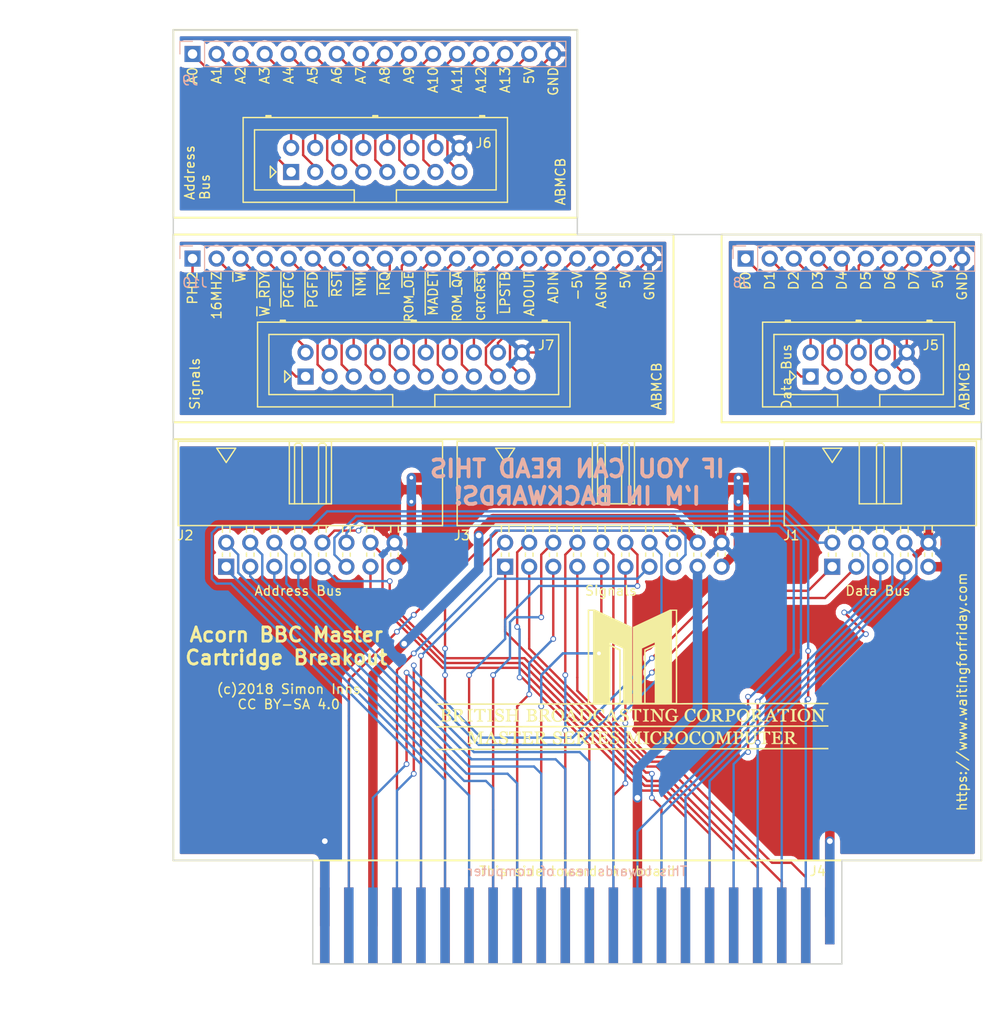
<source format=kicad_pcb>
(kicad_pcb (version 4) (host pcbnew 4.0.7)
  (title_block (title "Acorn Master Cartridge Breakout") (date 2018-05-06) (rev 1_0) (company https://www.waitingforfriday.com) (comment 1 "(c)2018 Simon Inns") (comment 2 "License: Attribution-ShareAlike (CC BY-SA 4.0)"))
  (layers (0 F.Cu signal) (31 B.Cu signal) (34 B.Paste user) (35 F.Paste user) (36 B.SilkS user) (37 F.SilkS user) (38 B.Mask user) (39 F.Mask user) (44 Edge.Cuts user))
  (net 0 "")
  (net 1 Edge_D0)
  (net 2 Edge_D1)
  (net 3 Edge_D2)
  (net 4 Edge_D3)
  (net 5 Edge_D4)
  (net 6 Edge_D5)
  (net 7 Edge_D6)
  (net 8 Edge_D7)
  (net 9 +5V)
  (net 10 GND)
  (net 11 Edge_A0)
  (net 12 Edge_A1)
  (net 13 Edge_A2)
  (net 14 Edge_A3)
  (net 15 Edge_A4)
  (net 16 Edge_A5)
  (net 17 Edge_A6)
  (net 18 Edge_A7)
  (net 19 Edge_A8)
  (net 20 Edge_A9)
  (net 21 Edge_A10)
  (net 22 Edge_A11)
  (net 23 Edge_A12)
  (net 24 Edge_A13)
  (net 25 Edge_PHI2)
  (net 26 Edge_8/16MHZ)
  (net 27 Edge_CS_R/~W)
  (net 28 Edge_R/~W~_~RDY)
  (net 29 Edge_~PGFC)
  (net 30 Edge_~PGFD)
  (net 31 Edge_~RST)
  (net 32 Edge_~NMI)
  (net 33 Edge_~IRQ)
  (net 34 Edge_ROM_~OE)
  (net 35 Edge_~CSYNC~/~MADET)
  (net 36 Edge_ROM_~QA)
  (net 37 Edge_ROM~STB~/CRTC~RST)
  (net 38 Edge_~OE2~/~LPSTB)
  (net 39 Edge_ADOUT)
  (net 40 Edge_ADIN/SPEECH)
  (net 41 -5V)
  (net 42 GNDA)
  (net 43 BB_D0)
  (net 44 BB_D1)
  (net 45 BB_D2)
  (net 46 BB_D3)
  (net 47 BB_D4)
  (net 48 BB_D5)
  (net 49 BB_D6)
  (net 50 BB_D7)
  (net 51 BB_DB_5V)
  (net 52 BB_DB_0V)
  (net 53 BB_A0)
  (net 54 BB_A1)
  (net 55 BB_A2)
  (net 56 BB_A3)
  (net 57 BB_A4)
  (net 58 BB_A5)
  (net 59 BB_A6)
  (net 60 BB_A7)
  (net 61 BB_A8)
  (net 62 BB_A9)
  (net 63 BB_A10)
  (net 64 BB_A11)
  (net 65 BB_A12)
  (net 66 BB_A13)
  (net 67 BB_AB_5V)
  (net 68 BB_AB_0V)
  (net 69 BB_PHI2)
  (net 70 BB_8/16MHZ)
  (net 71 BB_CS_R/~W)
  (net 72 BB_R/~W~_~RDY)
  (net 73 BB_~PGFC)
  (net 74 BB_~PGFD)
  (net 75 BB_~RST)
  (net 76 BB_~NMI)
  (net 77 BB_~IRQ)
  (net 78 BB_ROM_~OE)
  (net 79 BB_~CSYNC~/~MADET)
  (net 80 BB_ROM_~QA)
  (net 81 BB_ROM~STB~/CRTC~RST)
  (net 82 BB_~OE2~/~LPSTB)
  (net 83 BB_ADOUT)
  (net 84 BB_ADIN/SPEECH)
  (net 85 BB_-5V)
  (net 86 BB_AGND)
  (net 87 BB_SG_5V)
  (net 88 BB_SG_0V)
  (module "Acorn Cartridge edge-connector:Acorn_Cartridge" (layer F.Cu) (at 139.7 137.668)
    (fp_text reference J4 (at 25.4 -5.715) (layer F.SilkS))
    (fp_text value AcornCartridgeEdgeConnector)
    (fp_text user "This towards rear of computer" (at 0 -5.715) (layer B.SilkS) (effects (justify mirror)))
    (fp_text user "This side towards keyboard" (at 0 -5.715) (layer F.SilkS))
    (pad 1 connect rect (at 26.67 -1) (size 1 6) (layers *.Mask F.Cu) (net 9 +5V))
    (pad 2 connect rect (at 24.13 0) (size 1 8) (layers *.Mask F.Cu) (net 34 Edge_ROM_~OE))
    (pad 3 connect rect (at 21.59 0) (size 1 8) (layers *.Mask F.Cu) (net 31 Edge_~RST))
    (pad 4 connect rect (at 19.05 0) (size 1 8) (layers *.Mask F.Cu) (net 27 Edge_CS_R/~W))
    (pad 5 connect rect (at 16.51 0) (size 1 8) (layers *.Mask F.Cu) (net 19 Edge_A8))
    (pad 6 connect rect (at 13.97 0) (size 1 8) (layers *.Mask F.Cu) (net 24 Edge_A13))
    (pad 7 connect rect (at 11.43 0) (size 1 8) (layers *.Mask F.Cu) (net 23 Edge_A12))
    (pad 8 connect rect (at 8.89 0) (size 1 8) (layers *.Mask F.Cu) (net 25 Edge_PHI2))
    (pad 9 connect rect (at 6.35 0) (size 1 8) (layers *.Mask F.Cu) (net 41 -5V))
    (pad 10 connect rect (at 3.81 0) (size 1 8) (layers *.Mask F.Cu) (net 35 Edge_~CSYNC~/~MADET))
    (pad 11 connect rect (at 1.27 0) (size 1 8) (layers *.Mask F.Cu) (net 28 Edge_R/~W~_~RDY))
    (pad 12 connect rect (at -1.27 0) (size 1 8) (layers *.Mask F.Cu) (net 32 Edge_~NMI))
    (pad 13 connect rect (at -3.81 0) (size 1 8) (layers *.Mask F.Cu) (net 33 Edge_~IRQ))
    (pad 14 connect rect (at -6.35 0) (size 1 8) (layers *.Mask F.Cu) (net 29 Edge_~PGFC))
    (pad 15 connect rect (at -8.89 0) (size 1 8) (layers *.Mask F.Cu) (net 30 Edge_~PGFD))
    (pad 16 connect rect (at -11.43 0) (size 1 8) (layers *.Mask F.Cu) (net 36 Edge_ROM_~QA))
    (pad 17 connect rect (at -13.97 0) (size 1 8) (layers *.Mask F.Cu) (net 26 Edge_8/16MHZ))
    (pad 18 connect rect (at -16.51 0) (size 1 8) (layers *.Mask F.Cu) (net 37 Edge_ROM~STB~/CRTC~RST))
    (pad 19 connect rect (at -19.05 0) (size 1 8) (layers *.Mask F.Cu) (net 39 Edge_ADOUT))
    (pad 20 connect rect (at -21.59 0) (size 1 8) (layers *.Mask F.Cu) (net 42 GNDA))
    (pad 21 connect rect (at -24.13 0) (size 1 8) (layers *.Mask F.Cu) (net 40 Edge_ADIN/SPEECH))
    (pad 22 connect rect (at -26.67 0) (size 1 8) (layers *.Mask F.Cu) (net 10 GND))
    (pad 23 connect rect (at 26.67 -1) (size 1 6) (layers *.Mask B.Cu) (net 9 +5V))
    (pad 24 connect rect (at 24.13 0) (size 1 8) (layers *.Mask B.Cu) (net 21 Edge_A10))
    (pad 25 connect rect (at 21.59 0) (size 1 8) (layers *.Mask B.Cu) (net 4 Edge_D3))
    (pad 26 connect rect (at 19.05 0) (size 1 8) (layers *.Mask B.Cu) (net 22 Edge_A11))
    (pad 27 connect rect (at 16.51 0) (size 1 8) (layers *.Mask B.Cu) (net 20 Edge_A9))
    (pad 28 connect rect (at 13.97 0) (size 1 8) (layers *.Mask B.Cu) (net 8 Edge_D7))
    (pad 29 connect rect (at 11.43 0) (size 1 8) (layers *.Mask B.Cu) (net 7 Edge_D6))
    (pad 30 connect rect (at 8.89 0) (size 1 8) (layers *.Mask B.Cu) (net 6 Edge_D5))
    (pad 31 connect rect (at 6.35 0) (size 1 8) (layers *.Mask B.Cu) (net 5 Edge_D4))
    (pad 32 connect rect (at 3.81 0) (size 1 8) (layers *.Mask B.Cu) (net 38 Edge_~OE2~/~LPSTB))
    (pad 33 connect rect (at 1.27 0) (size 1 8) (layers *.Mask B.Cu) (net 18 Edge_A7))
    (pad 34 connect rect (at -1.27 0) (size 1 8) (layers *.Mask B.Cu) (net 17 Edge_A6))
    (pad 35 connect rect (at -3.81 0) (size 1 8) (layers *.Mask B.Cu) (net 16 Edge_A5))
    (pad 36 connect rect (at -6.35 0) (size 1 8) (layers *.Mask B.Cu) (net 15 Edge_A4))
    (pad 37 connect rect (at -8.89 0) (size 1 8) (layers *.Mask B.Cu) (net 14 Edge_A3))
    (pad 38 connect rect (at -11.43 0) (size 1 8) (layers *.Mask B.Cu) (net 13 Edge_A2))
    (pad 39 connect rect (at -13.97 0) (size 1 8) (layers *.Mask B.Cu) (net 12 Edge_A1))
    (pad 40 connect rect (at -16.51 0) (size 1 8) (layers *.Mask B.Cu) (net 11 Edge_A0))
    (pad 41 connect rect (at -19.05 0) (size 1 8) (layers *.Mask B.Cu) (net 1 Edge_D0))
    (pad 42 connect rect (at -21.59 0) (size 1 8) (layers *.Mask B.Cu) (net 3 Edge_D2))
    (pad 43 connect rect (at -24.13 0) (size 1 8) (layers *.Mask B.Cu) (net 2 Edge_D1))
    (pad 44 connect rect (at -26.67 0) (size 1 8) (layers *.Mask B.Cu) (net 10 GND))
  )
  (module Connectors_Multicomp:Multicomp_MC9A22-1634_2x08x2.54mm_Angled (layer F.Cu) (at 102.616 99.822)
    (fp_text reference J2 (at -4.318 -3.302) (layer F.SilkS))
    (fp_text value Addressbus_out)
    (pad 1 thru_hole rect (at 0 0) (size 1.7 1.7) (drill 1) (layers *.Cu *.Mask) (net 11 Edge_A0))
    (pad 2 thru_hole circle (at 0 -2.54) (size 1.7 1.7) (drill 1) (layers *.Cu *.Mask) (net 12 Edge_A1))
    (pad 3 thru_hole circle (at 2.54 0) (size 1.7 1.7) (drill 1) (layers *.Cu *.Mask) (net 13 Edge_A2))
    (pad 4 thru_hole circle (at 2.54 -2.54) (size 1.7 1.7) (drill 1) (layers *.Cu *.Mask) (net 14 Edge_A3))
    (pad 5 thru_hole circle (at 5.08 0) (size 1.7 1.7) (drill 1) (layers *.Cu *.Mask) (net 15 Edge_A4))
    (pad 6 thru_hole circle (at 5.08 -2.54) (size 1.7 1.7) (drill 1) (layers *.Cu *.Mask) (net 16 Edge_A5))
    (pad 7 thru_hole circle (at 7.62 0) (size 1.7 1.7) (drill 1) (layers *.Cu *.Mask) (net 17 Edge_A6))
    (pad 8 thru_hole circle (at 7.62 -2.54) (size 1.7 1.7) (drill 1) (layers *.Cu *.Mask) (net 18 Edge_A7))
    (pad 9 thru_hole circle (at 10.16 0) (size 1.7 1.7) (drill 1) (layers *.Cu *.Mask) (net 19 Edge_A8))
    (pad 10 thru_hole circle (at 10.16 -2.54) (size 1.7 1.7) (drill 1) (layers *.Cu *.Mask) (net 20 Edge_A9))
    (pad 11 thru_hole circle (at 12.7 0) (size 1.7 1.7) (drill 1) (layers *.Cu *.Mask) (net 21 Edge_A10))
    (pad 12 thru_hole circle (at 12.7 -2.54) (size 1.7 1.7) (drill 1) (layers *.Cu *.Mask) (net 22 Edge_A11))
    (pad 13 thru_hole circle (at 15.24 0) (size 1.7 1.7) (drill 1) (layers *.Cu *.Mask) (net 23 Edge_A12))
    (pad 14 thru_hole circle (at 15.24 -2.54) (size 1.7 1.7) (drill 1) (layers *.Cu *.Mask) (net 24 Edge_A13))
    (pad 15 thru_hole circle (at 17.78 0) (size 1.7 1.7) (drill 1) (layers *.Cu *.Mask) (net 9 +5V))
    (pad 16 thru_hole circle (at 17.78 -2.54) (size 1.7 1.7) (drill 1) (layers *.Cu *.Mask) (net 10 GND))
  )
  (module Connectors_Multicomp:Multicomp_MC9A22-2034_2x10x2.54mm_Angled (layer F.Cu) (at 132.08 99.822)
    (fp_text reference J3 (at -4.572 -3.302) (layer F.SilkS))
    (fp_text value Signals_out)
    (pad 1 thru_hole rect (at 0 0) (size 1.7 1.7) (drill 1) (layers *.Cu *.Mask) (net 25 Edge_PHI2))
    (pad 2 thru_hole circle (at 0 -2.54) (size 1.7 1.7) (drill 1) (layers *.Cu *.Mask) (net 26 Edge_8/16MHZ))
    (pad 3 thru_hole circle (at 2.54 0) (size 1.7 1.7) (drill 1) (layers *.Cu *.Mask) (net 27 Edge_CS_R/~W))
    (pad 4 thru_hole circle (at 2.54 -2.54) (size 1.7 1.7) (drill 1) (layers *.Cu *.Mask) (net 28 Edge_R/~W~_~RDY))
    (pad 5 thru_hole circle (at 5.08 0) (size 1.7 1.7) (drill 1) (layers *.Cu *.Mask) (net 29 Edge_~PGFC))
    (pad 6 thru_hole circle (at 5.08 -2.54) (size 1.7 1.7) (drill 1) (layers *.Cu *.Mask) (net 30 Edge_~PGFD))
    (pad 7 thru_hole circle (at 7.62 0) (size 1.7 1.7) (drill 1) (layers *.Cu *.Mask) (net 31 Edge_~RST))
    (pad 8 thru_hole circle (at 7.62 -2.54) (size 1.7 1.7) (drill 1) (layers *.Cu *.Mask) (net 32 Edge_~NMI))
    (pad 9 thru_hole circle (at 10.16 0) (size 1.7 1.7) (drill 1) (layers *.Cu *.Mask) (net 33 Edge_~IRQ))
    (pad 10 thru_hole circle (at 10.16 -2.54) (size 1.7 1.7) (drill 1) (layers *.Cu *.Mask) (net 34 Edge_ROM_~OE))
    (pad 11 thru_hole circle (at 12.7 0) (size 1.7 1.7) (drill 1) (layers *.Cu *.Mask) (net 35 Edge_~CSYNC~/~MADET))
    (pad 12 thru_hole circle (at 12.7 -2.54) (size 1.7 1.7) (drill 1) (layers *.Cu *.Mask) (net 36 Edge_ROM_~QA))
    (pad 13 thru_hole circle (at 15.24 0) (size 1.7 1.7) (drill 1) (layers *.Cu *.Mask) (net 37 Edge_ROM~STB~/CRTC~RST))
    (pad 14 thru_hole circle (at 15.24 -2.54) (size 1.7 1.7) (drill 1) (layers *.Cu *.Mask) (net 38 Edge_~OE2~/~LPSTB))
    (pad 15 thru_hole circle (at 17.78 0) (size 1.7 1.7) (drill 1) (layers *.Cu *.Mask) (net 39 Edge_ADOUT))
    (pad 16 thru_hole circle (at 17.78 -2.54) (size 1.7 1.7) (drill 1) (layers *.Cu *.Mask) (net 40 Edge_ADIN/SPEECH))
    (pad 17 thru_hole circle (at 20.32 0) (size 1.7 1.7) (drill 1) (layers *.Cu *.Mask) (net 41 -5V))
    (pad 18 thru_hole circle (at 20.32 -2.54) (size 1.7 1.7) (drill 1) (layers *.Cu *.Mask) (net 42 GNDA))
    (pad 19 thru_hole circle (at 22.86 0) (size 1.7 1.7) (drill 1) (layers *.Cu *.Mask) (net 9 +5V))
    (pad 20 thru_hole circle (at 22.86 -2.54) (size 1.7 1.7) (drill 1) (layers *.Cu *.Mask) (net 10 GND))
  )
  (module Connectors_Multicomp:Multicomp_MC9A22-1034_2x05x2.54mm_Angled (layer F.Cu) (at 166.624 99.822)
    (fp_text reference J1 (at -4.318 -3.302) (layer F.SilkS))
    (fp_text value Databus_out)
    (pad 1 thru_hole rect (at 0 0) (size 1.7 1.7) (drill 1) (layers *.Cu *.Mask) (net 1 Edge_D0))
    (pad 2 thru_hole circle (at 0 -2.54) (size 1.7 1.7) (drill 1) (layers *.Cu *.Mask) (net 2 Edge_D1))
    (pad 3 thru_hole circle (at 2.54 0) (size 1.7 1.7) (drill 1) (layers *.Cu *.Mask) (net 3 Edge_D2))
    (pad 4 thru_hole circle (at 2.54 -2.54) (size 1.7 1.7) (drill 1) (layers *.Cu *.Mask) (net 4 Edge_D3))
    (pad 5 thru_hole circle (at 5.08 0) (size 1.7 1.7) (drill 1) (layers *.Cu *.Mask) (net 5 Edge_D4))
    (pad 6 thru_hole circle (at 5.08 -2.54) (size 1.7 1.7) (drill 1) (layers *.Cu *.Mask) (net 6 Edge_D5))
    (pad 7 thru_hole circle (at 7.62 0) (size 1.7 1.7) (drill 1) (layers *.Cu *.Mask) (net 7 Edge_D6))
    (pad 8 thru_hole circle (at 7.62 -2.54) (size 1.7 1.7) (drill 1) (layers *.Cu *.Mask) (net 8 Edge_D7))
    (pad 9 thru_hole circle (at 10.16 0) (size 1.7 1.7) (drill 1) (layers *.Cu *.Mask) (net 9 +5V))
    (pad 10 thru_hole circle (at 10.16 -2.54) (size 1.7 1.7) (drill 1) (layers *.Cu *.Mask) (net 10 GND))
  )
  (module Connectors_Multicomp:Multicomp_MC9A12-1034_2x05x2.54mm_Straight (layer F.Cu) (at 164.338 79.756)
    (fp_text reference J5 (at 12.7 -3.302) (layer F.SilkS))
    (fp_text value Databus_in)
    (pad 1 thru_hole rect (at 0 0) (size 1.7 1.7) (drill 1) (layers *.Cu *.Mask) (net 43 BB_D0))
    (pad 2 thru_hole circle (at 0 -2.54) (size 1.7 1.7) (drill 1) (layers *.Cu *.Mask) (net 44 BB_D1))
    (pad 3 thru_hole circle (at 2.54 0) (size 1.7 1.7) (drill 1) (layers *.Cu *.Mask) (net 45 BB_D2))
    (pad 4 thru_hole circle (at 2.54 -2.54) (size 1.7 1.7) (drill 1) (layers *.Cu *.Mask) (net 46 BB_D3))
    (pad 5 thru_hole circle (at 5.08 0) (size 1.7 1.7) (drill 1) (layers *.Cu *.Mask) (net 47 BB_D4))
    (pad 6 thru_hole circle (at 5.08 -2.54) (size 1.7 1.7) (drill 1) (layers *.Cu *.Mask) (net 48 BB_D5))
    (pad 7 thru_hole circle (at 7.62 0) (size 1.7 1.7) (drill 1) (layers *.Cu *.Mask) (net 49 BB_D6))
    (pad 8 thru_hole circle (at 7.62 -2.54) (size 1.7 1.7) (drill 1) (layers *.Cu *.Mask) (net 50 BB_D7))
    (pad 9 thru_hole circle (at 10.16 0) (size 1.7 1.7) (drill 1) (layers *.Cu *.Mask) (net 51 BB_DB_5V))
    (pad 10 thru_hole circle (at 10.16 -2.54) (size 1.7 1.7) (drill 1) (layers *.Cu *.Mask) (net 52 BB_DB_0V))
  )
  (module Connectors_Multicomp:Multicomp_MC9A12-1634_2x08x2.54mm_Straight (layer F.Cu) (at 109.474 58.166)
    (fp_text reference J6 (at 20.32 -3.048) (layer F.SilkS))
    (fp_text value Addressbus_in)
    (pad 1 thru_hole rect (at 0 0) (size 1.7 1.7) (drill 1) (layers *.Cu *.Mask) (net 53 BB_A0))
    (pad 2 thru_hole circle (at 0 -2.54) (size 1.7 1.7) (drill 1) (layers *.Cu *.Mask) (net 54 BB_A1))
    (pad 3 thru_hole circle (at 2.54 0) (size 1.7 1.7) (drill 1) (layers *.Cu *.Mask) (net 55 BB_A2))
    (pad 4 thru_hole circle (at 2.54 -2.54) (size 1.7 1.7) (drill 1) (layers *.Cu *.Mask) (net 56 BB_A3))
    (pad 5 thru_hole circle (at 5.08 0) (size 1.7 1.7) (drill 1) (layers *.Cu *.Mask) (net 57 BB_A4))
    (pad 6 thru_hole circle (at 5.08 -2.54) (size 1.7 1.7) (drill 1) (layers *.Cu *.Mask) (net 58 BB_A5))
    (pad 7 thru_hole circle (at 7.62 0) (size 1.7 1.7) (drill 1) (layers *.Cu *.Mask) (net 59 BB_A6))
    (pad 8 thru_hole circle (at 7.62 -2.54) (size 1.7 1.7) (drill 1) (layers *.Cu *.Mask) (net 60 BB_A7))
    (pad 9 thru_hole circle (at 10.16 0) (size 1.7 1.7) (drill 1) (layers *.Cu *.Mask) (net 61 BB_A8))
    (pad 10 thru_hole circle (at 10.16 -2.54) (size 1.7 1.7) (drill 1) (layers *.Cu *.Mask) (net 62 BB_A9))
    (pad 11 thru_hole circle (at 12.7 0) (size 1.7 1.7) (drill 1) (layers *.Cu *.Mask) (net 63 BB_A10))
    (pad 12 thru_hole circle (at 12.7 -2.54) (size 1.7 1.7) (drill 1) (layers *.Cu *.Mask) (net 64 BB_A11))
    (pad 13 thru_hole circle (at 15.24 0) (size 1.7 1.7) (drill 1) (layers *.Cu *.Mask) (net 65 BB_A12))
    (pad 14 thru_hole circle (at 15.24 -2.54) (size 1.7 1.7) (drill 1) (layers *.Cu *.Mask) (net 66 BB_A13))
    (pad 15 thru_hole circle (at 17.78 0) (size 1.7 1.7) (drill 1) (layers *.Cu *.Mask) (net 67 BB_AB_5V))
    (pad 16 thru_hole circle (at 17.78 -2.54) (size 1.7 1.7) (drill 1) (layers *.Cu *.Mask) (net 68 BB_AB_0V))
  )
  (module Connectors_Multicomp:Multicomp_MC9A12-2034_2x10x2.54mm_Straight (layer F.Cu) (at 110.998 79.756)
    (fp_text reference J7 (at 25.4 -3.302) (layer F.SilkS))
    (fp_text value Signals_in)
    (pad 1 thru_hole rect (at 0 0) (size 1.7 1.7) (drill 1) (layers *.Cu *.Mask) (net 69 BB_PHI2))
    (pad 2 thru_hole circle (at 0 -2.54) (size 1.7 1.7) (drill 1) (layers *.Cu *.Mask) (net 70 BB_8/16MHZ))
    (pad 3 thru_hole circle (at 2.54 0) (size 1.7 1.7) (drill 1) (layers *.Cu *.Mask) (net 71 BB_CS_R/~W))
    (pad 4 thru_hole circle (at 2.54 -2.54) (size 1.7 1.7) (drill 1) (layers *.Cu *.Mask) (net 72 BB_R/~W~_~RDY))
    (pad 5 thru_hole circle (at 5.08 0) (size 1.7 1.7) (drill 1) (layers *.Cu *.Mask) (net 73 BB_~PGFC))
    (pad 6 thru_hole circle (at 5.08 -2.54) (size 1.7 1.7) (drill 1) (layers *.Cu *.Mask) (net 74 BB_~PGFD))
    (pad 7 thru_hole circle (at 7.62 0) (size 1.7 1.7) (drill 1) (layers *.Cu *.Mask) (net 75 BB_~RST))
    (pad 8 thru_hole circle (at 7.62 -2.54) (size 1.7 1.7) (drill 1) (layers *.Cu *.Mask) (net 76 BB_~NMI))
    (pad 9 thru_hole circle (at 10.16 0) (size 1.7 1.7) (drill 1) (layers *.Cu *.Mask) (net 77 BB_~IRQ))
    (pad 10 thru_hole circle (at 10.16 -2.54) (size 1.7 1.7) (drill 1) (layers *.Cu *.Mask) (net 78 BB_ROM_~OE))
    (pad 11 thru_hole circle (at 12.7 0) (size 1.7 1.7) (drill 1) (layers *.Cu *.Mask) (net 79 BB_~CSYNC~/~MADET))
    (pad 12 thru_hole circle (at 12.7 -2.54) (size 1.7 1.7) (drill 1) (layers *.Cu *.Mask) (net 80 BB_ROM_~QA))
    (pad 13 thru_hole circle (at 15.24 0) (size 1.7 1.7) (drill 1) (layers *.Cu *.Mask) (net 81 BB_ROM~STB~/CRTC~RST))
    (pad 14 thru_hole circle (at 15.24 -2.54) (size 1.7 1.7) (drill 1) (layers *.Cu *.Mask) (net 82 BB_~OE2~/~LPSTB))
    (pad 15 thru_hole circle (at 17.78 0) (size 1.7 1.7) (drill 1) (layers *.Cu *.Mask) (net 83 BB_ADOUT))
    (pad 16 thru_hole circle (at 17.78 -2.54) (size 1.7 1.7) (drill 1) (layers *.Cu *.Mask) (net 84 BB_ADIN/SPEECH))
    (pad 17 thru_hole circle (at 20.32 0) (size 1.7 1.7) (drill 1) (layers *.Cu *.Mask) (net 85 BB_-5V))
    (pad 18 thru_hole circle (at 20.32 -2.54) (size 1.7 1.7) (drill 1) (layers *.Cu *.Mask) (net 86 BB_AGND))
    (pad 19 thru_hole circle (at 22.86 0) (size 1.7 1.7) (drill 1) (layers *.Cu *.Mask) (net 87 BB_SG_5V))
    (pad 20 thru_hole circle (at 22.86 -2.54) (size 1.7 1.7) (drill 1) (layers *.Cu *.Mask) (net 88 BB_SG_0V))
  )
  (module Pin_Headers:Pin_Header_Straight_1x10_Pitch2.54mm (layer B.Cu) (at 157.48 67.31 270)
    (fp_text reference J8 (at 2.54 0.508 360) (layer B.SilkS) (effects (justify mirror)))
    (fp_text value BB_Databus)
    (pad 1 thru_hole rect (at 0 0 270) (size 1.7 1.7) (drill 1) (layers *.Cu *.Mask) (net 43 BB_D0))
    (pad 2 thru_hole oval (at 0 -2.54 270) (size 1.7 1.7) (drill 1) (layers *.Cu *.Mask) (net 44 BB_D1))
    (pad 3 thru_hole oval (at 0 -5.08 270) (size 1.7 1.7) (drill 1) (layers *.Cu *.Mask) (net 45 BB_D2))
    (pad 4 thru_hole oval (at 0 -7.62 270) (size 1.7 1.7) (drill 1) (layers *.Cu *.Mask) (net 46 BB_D3))
    (pad 5 thru_hole oval (at 0 -10.16 270) (size 1.7 1.7) (drill 1) (layers *.Cu *.Mask) (net 47 BB_D4))
    (pad 6 thru_hole oval (at 0 -12.7 270) (size 1.7 1.7) (drill 1) (layers *.Cu *.Mask) (net 48 BB_D5))
    (pad 7 thru_hole oval (at 0 -15.24 270) (size 1.7 1.7) (drill 1) (layers *.Cu *.Mask) (net 49 BB_D6))
    (pad 8 thru_hole oval (at 0 -17.78 270) (size 1.7 1.7) (drill 1) (layers *.Cu *.Mask) (net 50 BB_D7))
    (pad 9 thru_hole oval (at 0 -20.32 270) (size 1.7 1.7) (drill 1) (layers *.Cu *.Mask) (net 51 BB_DB_5V))
    (pad 10 thru_hole oval (at 0 -22.86 270) (size 1.7 1.7) (drill 1) (layers *.Cu *.Mask) (net 52 BB_DB_0V))
  )
  (module Pin_Headers:Pin_Header_Straight_1x16_Pitch2.54mm (layer B.Cu) (at 99.06 45.72 270)
    (fp_text reference J9 (at 2.794 0.254 360) (layer B.SilkS) (effects (justify mirror)))
    (fp_text value BB_Addressbus)
    (pad 1 thru_hole rect (at 0 0 270) (size 1.7 1.7) (drill 1) (layers *.Cu *.Mask) (net 53 BB_A0))
    (pad 2 thru_hole oval (at 0 -2.54 270) (size 1.7 1.7) (drill 1) (layers *.Cu *.Mask) (net 54 BB_A1))
    (pad 3 thru_hole oval (at 0 -5.08 270) (size 1.7 1.7) (drill 1) (layers *.Cu *.Mask) (net 55 BB_A2))
    (pad 4 thru_hole oval (at 0 -7.62 270) (size 1.7 1.7) (drill 1) (layers *.Cu *.Mask) (net 56 BB_A3))
    (pad 5 thru_hole oval (at 0 -10.16 270) (size 1.7 1.7) (drill 1) (layers *.Cu *.Mask) (net 57 BB_A4))
    (pad 6 thru_hole oval (at 0 -12.7 270) (size 1.7 1.7) (drill 1) (layers *.Cu *.Mask) (net 58 BB_A5))
    (pad 7 thru_hole oval (at 0 -15.24 270) (size 1.7 1.7) (drill 1) (layers *.Cu *.Mask) (net 59 BB_A6))
    (pad 8 thru_hole oval (at 0 -17.78 270) (size 1.7 1.7) (drill 1) (layers *.Cu *.Mask) (net 60 BB_A7))
    (pad 9 thru_hole oval (at 0 -20.32 270) (size 1.7 1.7) (drill 1) (layers *.Cu *.Mask) (net 61 BB_A8))
    (pad 10 thru_hole oval (at 0 -22.86 270) (size 1.7 1.7) (drill 1) (layers *.Cu *.Mask) (net 62 BB_A9))
    (pad 11 thru_hole oval (at 0 -25.4 270) (size 1.7 1.7) (drill 1) (layers *.Cu *.Mask) (net 63 BB_A10))
    (pad 12 thru_hole oval (at 0 -27.94 270) (size 1.7 1.7) (drill 1) (layers *.Cu *.Mask) (net 64 BB_A11))
    (pad 13 thru_hole oval (at 0 -30.48 270) (size 1.7 1.7) (drill 1) (layers *.Cu *.Mask) (net 65 BB_A12))
    (pad 14 thru_hole oval (at 0 -33.02 270) (size 1.7 1.7) (drill 1) (layers *.Cu *.Mask) (net 66 BB_A13))
    (pad 15 thru_hole oval (at 0 -35.56 270) (size 1.7 1.7) (drill 1) (layers *.Cu *.Mask) (net 67 BB_AB_5V))
    (pad 16 thru_hole oval (at 0 -38.1 270) (size 1.7 1.7) (drill 1) (layers *.Cu *.Mask) (net 68 BB_AB_0V))
  )
  (module Pin_Headers:Pin_Header_Straight_1x20_Pitch2.54mm (layer B.Cu) (at 99.06 67.31 270)
    (fp_text reference J10 (at 2.54 -0.254 360) (layer B.SilkS) (effects (justify mirror)))
    (fp_text value BB_Signals)
    (pad 1 thru_hole rect (at 0 0 270) (size 1.7 1.7) (drill 1) (layers *.Cu *.Mask) (net 69 BB_PHI2))
    (pad 2 thru_hole oval (at 0 -2.54 270) (size 1.7 1.7) (drill 1) (layers *.Cu *.Mask) (net 70 BB_8/16MHZ))
    (pad 3 thru_hole oval (at 0 -5.08 270) (size 1.7 1.7) (drill 1) (layers *.Cu *.Mask) (net 71 BB_CS_R/~W))
    (pad 4 thru_hole oval (at 0 -7.62 270) (size 1.7 1.7) (drill 1) (layers *.Cu *.Mask) (net 72 BB_R/~W~_~RDY))
    (pad 5 thru_hole oval (at 0 -10.16 270) (size 1.7 1.7) (drill 1) (layers *.Cu *.Mask) (net 73 BB_~PGFC))
    (pad 6 thru_hole oval (at 0 -12.7 270) (size 1.7 1.7) (drill 1) (layers *.Cu *.Mask) (net 74 BB_~PGFD))
    (pad 7 thru_hole oval (at 0 -15.24 270) (size 1.7 1.7) (drill 1) (layers *.Cu *.Mask) (net 75 BB_~RST))
    (pad 8 thru_hole oval (at 0 -17.78 270) (size 1.7 1.7) (drill 1) (layers *.Cu *.Mask) (net 76 BB_~NMI))
    (pad 9 thru_hole oval (at 0 -20.32 270) (size 1.7 1.7) (drill 1) (layers *.Cu *.Mask) (net 77 BB_~IRQ))
    (pad 10 thru_hole oval (at 0 -22.86 270) (size 1.7 1.7) (drill 1) (layers *.Cu *.Mask) (net 78 BB_ROM_~OE))
    (pad 11 thru_hole oval (at 0 -25.4 270) (size 1.7 1.7) (drill 1) (layers *.Cu *.Mask) (net 79 BB_~CSYNC~/~MADET))
    (pad 12 thru_hole oval (at 0 -27.94 270) (size 1.7 1.7) (drill 1) (layers *.Cu *.Mask) (net 80 BB_ROM_~QA))
    (pad 13 thru_hole oval (at 0 -30.48 270) (size 1.7 1.7) (drill 1) (layers *.Cu *.Mask) (net 81 BB_ROM~STB~/CRTC~RST))
    (pad 14 thru_hole oval (at 0 -33.02 270) (size 1.7 1.7) (drill 1) (layers *.Cu *.Mask) (net 82 BB_~OE2~/~LPSTB))
    (pad 15 thru_hole oval (at 0 -35.56 270) (size 1.7 1.7) (drill 1) (layers *.Cu *.Mask) (net 83 BB_ADOUT))
    (pad 16 thru_hole oval (at 0 -38.1 270) (size 1.7 1.7) (drill 1) (layers *.Cu *.Mask) (net 84 BB_ADIN/SPEECH))
    (pad 17 thru_hole oval (at 0 -40.64 270) (size 1.7 1.7) (drill 1) (layers *.Cu *.Mask) (net 85 BB_-5V))
    (pad 18 thru_hole oval (at 0 -43.18 270) (size 1.7 1.7) (drill 1) (layers *.Cu *.Mask) (net 86 BB_AGND))
    (pad 19 thru_hole oval (at 0 -45.72 270) (size 1.7 1.7) (drill 1) (layers *.Cu *.Mask) (net 87 BB_SG_5V))
    (pad 20 thru_hole oval (at 0 -48.26 270) (size 1.7 1.7) (drill 1) (layers *.Cu *.Mask) (net 88 BB_SG_0V))
  )
  (module "Logo:Acorn Master Logo" (layer F.Cu) (at 145.542 111.76)
    (fp_text reference G*** hide)
    (fp_text value LOGO hide)
  )
  (gr_line (start 97.028 43.18) (end 97.028 43.434) (angle 90) (layer F.SilkS) (width 0.2))
  (gr_line (start 139.7 43.18) (end 97.028 43.18) (angle 90) (layer F.SilkS) (width 0.2))
  (gr_line (start 139.7 43.434) (end 139.7 43.18) (angle 90) (layer F.SilkS) (width 0.2))
  (gr_line (start 97.028 43.18) (end 97.028 43.434) (angle 90) (layer Edge.Cuts) (width 0.15))
  (gr_line (start 139.7 43.18) (end 97.028 43.18) (angle 90) (layer Edge.Cuts) (width 0.15))
  (gr_line (start 139.7 43.434) (end 139.7 43.18) (angle 90) (layer Edge.Cuts) (width 0.15))
  (gr_line (start 167.64 141.732) (end 167.64 130.81) (angle 90) (layer Edge.Cuts) (width 0.15))
  (gr_line (start 111.76 141.732) (end 167.64 141.732) (angle 90) (layer Edge.Cuts) (width 0.15))
  (gr_line (start 111.76 130.81) (end 111.76 141.732) (angle 90) (layer Edge.Cuts) (width 0.15))
  (gr_line (start 97.028 130.81) (end 111.76 130.81) (angle 90) (layer Edge.Cuts) (width 0.15))
  (gr_line (start 97.028 43.434) (end 97.028 130.81) (angle 90) (layer Edge.Cuts) (width 0.15))
  (gr_line (start 139.7 64.77) (end 139.7 43.434) (angle 90) (layer Edge.Cuts) (width 0.15))
  (gr_line (start 182.372 64.77) (end 139.7 64.77) (angle 90) (layer Edge.Cuts) (width 0.15))
  (gr_line (start 182.372 130.81) (end 182.372 64.77) (angle 90) (layer Edge.Cuts) (width 0.15))
  (gr_line (start 167.64 130.81) (end 182.372 130.81) (angle 90) (layer Edge.Cuts) (width 0.15))
  (gr_line (start 182.372 130.81) (end 182.372 86.36) (angle 90) (layer F.SilkS) (width 0.2))
  (gr_line (start 97.028 130.81) (end 182.372 130.81) (angle 90) (layer F.SilkS) (width 0.2))
  (gr_line (start 97.028 86.36) (end 97.028 130.81) (angle 90) (layer F.SilkS) (width 0.2))
  (gr_line (start 154.94 84.582) (end 154.94 64.77) (angle 90) (layer F.SilkS) (width 0.2))
  (gr_line (start 182.372 84.582) (end 154.94 84.582) (angle 90) (layer F.SilkS) (width 0.2))
  (gr_line (start 182.372 64.77) (end 182.372 84.582) (angle 90) (layer F.SilkS) (width 0.2))
  (gr_line (start 154.94 64.77) (end 182.372 64.77) (angle 90) (layer F.SilkS) (width 0.2))
  (gr_line (start 97.028 62.992) (end 97.028 62.484) (angle 90) (layer F.SilkS) (width 0.2))
  (gr_line (start 139.7 62.992) (end 97.028 62.992) (angle 90) (layer F.SilkS) (width 0.2))
  (gr_line (start 139.7 43.434) (end 139.7 62.992) (angle 90) (layer F.SilkS) (width 0.2))
  (gr_line (start 97.028 62.484) (end 97.028 43.434) (angle 90) (layer F.SilkS) (width 0.2))
  (gr_line (start 97.028 64.77) (end 97.028 84.582) (angle 90) (layer F.SilkS) (width 0.2))
  (gr_line (start 97.028 86.36) (end 182.372 86.36) (angle 90) (layer F.SilkS) (width 0.2))
  (gr_line (start 97.028 84.582) (end 97.028 64.77) (angle 90) (layer F.SilkS) (width 0.2))
  (gr_line (start 149.86 84.582) (end 97.028 84.582) (angle 90) (layer F.SilkS) (width 0.2))
  (gr_line (start 149.86 64.77) (end 149.86 84.582) (angle 90) (layer F.SilkS) (width 0.2))
  (gr_line (start 97.028 64.77) (end 149.86 64.77) (angle 90) (layer F.SilkS) (width 0.2))
  (gr_text ABMCB (at 180.594 80.772 90) (layer F.SilkS) (effects (font (size 1 1))))
  (gr_text ABMCB (at 148.082 80.772 90) (layer F.SilkS) (effects (font (size 1 1))))
  (gr_text ABMCB (at 137.922 59.182 90) (layer F.SilkS) (effects (font (size 1 1))))
  (gr_text "D0\n" (at 157.48 68.58 90) (layer F.SilkS) (effects (font (size 1 1)) (justify right)))
  (gr_text GND (at 147.32 68.58 90) (layer F.SilkS) (effects (font (size 1 1)) (justify right)))
  (gr_text 5V (at 144.78 68.58 90) (layer F.SilkS) (effects (font (size 1 1)) (justify right)))
  (gr_text AGND (at 142.24 68.58 90) (layer F.SilkS) (effects (font (size 1 1)) (justify right)))
  (gr_text -5V (at 139.7 68.58 90) (layer F.SilkS) (effects (font (size 1 1)) (justify right)))
  (gr_text ADIN (at 137.16 68.58 90) (layer F.SilkS) (effects (font (size 1 1)) (justify right)))
  (gr_text ADOUT (at 134.62 68.58 90) (layer F.SilkS) (effects (font (size 1 1)) (justify right)))
  (gr_text ~LPSTB (at 132.08 68.58 90) (layer F.SilkS) (effects (font (size 1 1)) (justify right)))
  (gr_text CRTC~RST (at 129.54 68.58 90) (layer F.SilkS) (effects (font (size 0.8 0.8)) (justify right)))
  (gr_text ROM_~QA (at 127 68.58 90) (layer F.SilkS) (effects (font (size 0.9 0.9)) (justify right)))
  (gr_text ~MADET (at 124.46 68.58 90) (layer F.SilkS) (effects (font (size 1 1)) (justify right)))
  (gr_text ROM_~OE (at 121.92 68.58 90) (layer F.SilkS) (effects (font (size 0.9 0.9)) (justify right)))
  (gr_text ~IRQ (at 119.38 68.58 90) (layer F.SilkS) (effects (font (size 1 1)) (justify right)))
  (gr_text ~NMI (at 116.84 68.58 90) (layer F.SilkS) (effects (font (size 1 1)) (justify right)))
  (gr_text ~RST (at 114.3 68.58 90) (layer F.SilkS) (effects (font (size 1 1)) (justify right)))
  (gr_text ~PGFD (at 111.76 68.58 90) (layer F.SilkS) (effects (font (size 1 1)) (justify right)))
  (gr_text ~PGFC (at 109.22 68.58 90) (layer F.SilkS) (effects (font (size 1 1)) (justify right)))
  (gr_text ~W~_~RDY (at 106.68 68.58 90) (layer F.SilkS) (effects (font (size 1 1)) (justify right)))
  (gr_text ~W (at 104.14 68.58 90) (layer F.SilkS) (effects (font (size 1 1)) (justify right)))
  (gr_text 16MHZ (at 101.6 68.58 90) (layer F.SilkS) (effects (font (size 1 1)) (justify right)))
  (gr_text PHI2 (at 99.06 68.58 90) (layer F.SilkS) (effects (font (size 1 1)) (justify right)))
  (gr_text D1 (at 160.02 68.58 90) (layer F.SilkS) (effects (font (size 1 1)) (justify right)))
  (gr_text D2 (at 162.56 68.58 90) (layer F.SilkS) (effects (font (size 1 1)) (justify right)))
  (gr_text D3 (at 165.1 68.58 90) (layer F.SilkS) (effects (font (size 1 1)) (justify right)))
  (gr_text D4 (at 167.64 68.58 90) (layer F.SilkS) (effects (font (size 1 1)) (justify right)))
  (gr_text D5 (at 170.18 68.58 90) (layer F.SilkS) (effects (font (size 1 1)) (justify right)))
  (gr_text D6 (at 172.72 68.58 90) (layer F.SilkS) (effects (font (size 1 1)) (justify right)))
  (gr_text D7 (at 175.26 68.58 90) (layer F.SilkS) (effects (font (size 1 1)) (justify right)))
  (gr_text 5V (at 177.8 68.58 90) (layer F.SilkS) (effects (font (size 1 1)) (justify right)))
  (gr_text GND (at 180.34 68.58 90) (layer F.SilkS) (effects (font (size 1 1)) (justify right)))
  (gr_text GND (at 137.16 46.99 90) (layer F.SilkS) (effects (font (size 1 1)) (justify right)))
  (gr_text 5V (at 134.62 46.99 90) (layer F.SilkS) (effects (font (size 1 1)) (justify right)))
  (gr_text A13 (at 132.08 46.99 90) (layer F.SilkS) (effects (font (size 1 1)) (justify right)))
  (gr_text A12 (at 129.54 46.99 90) (layer F.SilkS) (effects (font (size 1 1)) (justify right)))
  (gr_text A11 (at 127 46.99 90) (layer F.SilkS) (effects (font (size 1 1)) (justify right)))
  (gr_text A10 (at 124.46 46.99 90) (layer F.SilkS) (effects (font (size 1 1)) (justify right)))
  (gr_text A9 (at 121.92 46.99 90) (layer F.SilkS) (effects (font (size 1 1)) (justify right)))
  (gr_text A8 (at 119.38 46.99 90) (layer F.SilkS) (effects (font (size 1 1)) (justify right)))
  (gr_text A7 (at 116.84 46.99 90) (layer F.SilkS) (effects (font (size 1 1)) (justify right)))
  (gr_text A6 (at 114.3 46.99 90) (layer F.SilkS) (effects (font (size 1 1)) (justify right)))
  (gr_text A5 (at 111.76 46.99 90) (layer F.SilkS) (effects (font (size 1 1)) (justify right)))
  (gr_text A4 (at 109.22 46.99 90) (layer F.SilkS) (effects (font (size 1 1)) (justify right)))
  (gr_text A3 (at 106.68 46.99 90) (layer F.SilkS) (effects (font (size 1 1)) (justify right)))
  (gr_text A2 (at 104.14 46.99 90) (layer F.SilkS) (effects (font (size 1 1)) (justify right)))
  (gr_text "A1\n" (at 101.6 46.99 90) (layer F.SilkS) (effects (font (size 1 1)) (justify right)))
  (gr_text "A0\n" (at 99.06 46.99 90) (layer F.SilkS) (effects (font (size 1 1)) (justify right)))
  (gr_text "Data Bus" (at 161.798 79.756 90) (layer F.SilkS) (effects (font (size 1 1))))
  (gr_text Signals (at 99.314 80.518 90) (layer F.SilkS) (effects (font (size 1 1))))
  (gr_text "Address\nBus" (at 99.568 61.214 90) (layer F.SilkS) (effects (font (size 1 1)) (justify left)))
  (gr_text Signals (at 143.256 102.362) (layer F.SilkS) (effects (font (size 1 1))))
  (gr_text "Data Bus" (at 171.45 102.362) (layer F.SilkS) (effects (font (size 1 1))))
  (gr_text "Address Bus" (at 110.236 102.362) (layer F.SilkS) (effects (font (size 1 1))))
  (gr_text https://www.waitingforfriday.com (at 180.34 113.03 90) (layer F.SilkS) (effects (font (size 1 1))))
  (gr_text "(c)2018 Simon Inns\nCC BY-SA 4.0" (at 109.22 113.538) (layer F.SilkS) (effects (font (size 1 1))))
  (gr_text "Acorn BBC Master\nCartridge Breakout" (at 108.966 108.204) (layer F.SilkS) (effects (font (size 1.5 1.5) (thickness 0.3))))
  (gr_text "IF YOU CAN READ THIS\nI'M IN BACKWARDS!" (at 139.7 90.932) (layer B.SilkS) (effects (font (size 1.8 1.8) (thickness 0.4)) (justify mirror)))
  (segment (start 129.54 117.856) (end 139.192 117.856) (width 0.25) (layer B.Cu) (net 1))
  (segment (start 129.54 117.856) (end 122.428 110.744) (width 0.25) (layer B.Cu) (net 1))
  (segment (start 122.428 110.744) (end 122.428 110.236) (width 0.25) (layer B.Cu) (net 1))
  (segment (start 120.65 137.668) (end 120.65 123.444) (width 0.25) (layer B.Cu) (net 1))
  (via (at 122.428 110.236) (size 0.6) (drill 0.4) (layers F.Cu B.Cu) (net 1))
  (segment (start 122.428 121.666) (end 122.428 110.236) (width 0.25) (layer F.Cu) (net 1))
  (via (at 122.428 121.666) (size 0.6) (drill 0.4) (layers F.Cu B.Cu) (net 1))
  (segment (start 120.65 123.444) (end 122.428 121.666) (width 0.25) (layer B.Cu) (net 1))
  (segment (start 164.084 102.362) (end 166.624 99.822) (width 0.25) (layer F.Cu) (net 1))
  (segment (start 154.686 102.362) (end 164.084 102.362) (width 0.25) (layer F.Cu) (net 1))
  (segment (start 147.574 109.474) (end 154.686 102.362) (width 0.25) (layer F.Cu) (net 1))
  (via (at 147.574 109.474) (size 0.6) (drill 0.4) (layers F.Cu B.Cu) (net 1))
  (segment (start 139.192 117.856) (end 147.574 109.474) (width 0.25) (layer B.Cu) (net 1))
  (segment (start 115.57 115.57) (end 115.57 114.046) (width 0.25) (layer B.Cu) (net 2))
  (segment (start 101.092 101.092) (end 101.092 96.266) (width 0.25) (layer B.Cu) (net 2))
  (segment (start 101.6 101.6) (end 101.092 101.092) (width 0.25) (layer B.Cu) (net 2))
  (segment (start 103.124 101.6) (end 101.6 101.6) (width 0.25) (layer B.Cu) (net 2))
  (segment (start 115.57 114.046) (end 103.124 101.6) (width 0.25) (layer B.Cu) (net 2))
  (segment (start 165.354 97.282) (end 165.1 97.282) (width 0.25) (layer B.Cu) (net 2))
  (segment (start 101.727 95.631) (end 101.092 96.266) (width 0.25) (layer B.Cu) (net 2))
  (segment (start 111.633 95.631) (end 113.284 93.98) (width 0.25) (layer B.Cu) (net 2))
  (segment (start 101.727 95.631) (end 111.633 95.631) (width 0.25) (layer B.Cu) (net 2))
  (segment (start 161.798 93.98) (end 113.284 93.98) (width 0.25) (layer B.Cu) (net 2))
  (segment (start 166.624 97.282) (end 165.354 97.282) (width 0.25) (layer B.Cu) (net 2))
  (segment (start 165.1 97.282) (end 161.798 93.98) (width 0.25) (layer B.Cu) (net 2))
  (segment (start 115.57 116.586) (end 115.57 115.57) (width 0.25) (layer B.Cu) (net 2))
  (segment (start 115.57 137.668) (end 115.57 116.586) (width 0.25) (layer B.Cu) (net 2))
  (segment (start 129.032 118.364) (end 129.286 118.618) (width 0.25) (layer B.Cu) (net 3))
  (segment (start 139.954 118.618) (end 140.208 118.364) (width 0.25) (layer B.Cu) (net 3))
  (segment (start 129.286 118.618) (end 139.954 118.618) (width 0.25) (layer B.Cu) (net 3))
  (segment (start 140.208 118.364) (end 147.574 110.998) (width 0.25) (layer B.Cu) (net 3))
  (segment (start 118.11 137.668) (end 118.11 124.206) (width 0.25) (layer B.Cu) (net 3))
  (segment (start 165.862 103.124) (end 169.164 99.822) (width 0.25) (layer F.Cu) (net 3))
  (via (at 147.574 110.998) (size 0.6) (drill 0.4) (layers F.Cu B.Cu) (net 3))
  (segment (start 147.574 110.998) (end 155.448 103.124) (width 0.25) (layer F.Cu) (net 3))
  (segment (start 155.448 103.124) (end 165.862 103.124) (width 0.25) (layer F.Cu) (net 3))
  (segment (start 121.666 110.998) (end 129.032 118.364) (width 0.25) (layer B.Cu) (net 3))
  (via (at 121.666 110.998) (size 0.6) (drill 0.4) (layers F.Cu B.Cu) (net 3))
  (segment (start 121.666 120.65) (end 121.666 110.998) (width 0.25) (layer F.Cu) (net 3))
  (via (at 121.666 120.65) (size 0.6) (drill 0.4) (layers F.Cu B.Cu) (net 3))
  (segment (start 118.11 124.206) (end 121.666 120.65) (width 0.25) (layer B.Cu) (net 3))
  (segment (start 167.894 104.648) (end 168.402 104.648) (width 0.25) (layer B.Cu) (net 4))
  (segment (start 170.434 102.616) (end 170.434 102.362) (width 0.25) (layer B.Cu) (net 4))
  (segment (start 168.402 104.648) (end 170.434 102.616) (width 0.25) (layer B.Cu) (net 4))
  (segment (start 170.434 102.362) (end 170.434 102.108) (width 0.25) (layer B.Cu) (net 4))
  (segment (start 170.434 101.092) (end 170.434 98.552) (width 0.25) (layer B.Cu) (net 4))
  (segment (start 170.434 98.552) (end 169.164 97.282) (width 0.25) (layer B.Cu) (net 4))
  (segment (start 170.434 102.108) (end 170.434 101.092) (width 0.25) (layer B.Cu) (net 4))
  (segment (start 161.29 117.348) (end 161.29 115.57) (width 0.25) (layer B.Cu) (net 4))
  (via (at 170.18 106.934) (size 0.6) (drill 0.4) (layers F.Cu B.Cu) (net 4))
  (segment (start 169.926 106.934) (end 170.18 106.934) (width 0.25) (layer B.Cu) (net 4))
  (segment (start 161.29 115.57) (end 169.926 106.934) (width 0.25) (layer B.Cu) (net 4))
  (segment (start 170.18 106.934) (end 167.894 104.648) (width 0.25) (layer F.Cu) (net 4))
  (via (at 167.894 104.648) (size 0.6) (drill 0.4) (layers F.Cu B.Cu) (net 4))
  (segment (start 161.29 137.668) (end 161.29 117.348) (width 0.25) (layer B.Cu) (net 4))
  (segment (start 146.05 137.668) (end 146.05 127.762) (width 0.25) (layer B.Cu) (net 5))
  (segment (start 171.704 102.108) (end 171.704 99.822) (width 0.25) (layer B.Cu) (net 5))
  (segment (start 146.05 127.762) (end 171.704 102.108) (width 0.25) (layer B.Cu) (net 5))
  (segment (start 148.59 126.492) (end 148.59 125.984) (width 0.25) (layer B.Cu) (net 6))
  (segment (start 148.59 125.984) (end 172.974 101.6) (width 0.25) (layer B.Cu) (net 6))
  (segment (start 148.59 137.668) (end 148.59 126.492) (width 0.25) (layer B.Cu) (net 6))
  (segment (start 172.974 98.552) (end 171.704 97.282) (width 0.25) (layer B.Cu) (net 6))
  (segment (start 172.974 101.6) (end 172.974 98.552) (width 0.25) (layer B.Cu) (net 6))
  (segment (start 151.13 124.968) (end 151.13 124.206) (width 0.25) (layer B.Cu) (net 7))
  (segment (start 151.13 124.206) (end 174.244 101.092) (width 0.25) (layer B.Cu) (net 7))
  (segment (start 151.13 137.668) (end 151.13 124.968) (width 0.25) (layer B.Cu) (net 7))
  (segment (start 174.244 101.092) (end 174.244 99.822) (width 0.25) (layer B.Cu) (net 7))
  (segment (start 153.67 123.698) (end 153.67 122.428) (width 0.25) (layer B.Cu) (net 8))
  (segment (start 153.67 122.428) (end 175.514 100.584) (width 0.25) (layer B.Cu) (net 8))
  (segment (start 153.67 137.668) (end 153.67 123.698) (width 0.25) (layer B.Cu) (net 8))
  (segment (start 175.514 98.552) (end 174.244 97.282) (width 0.25) (layer B.Cu) (net 8))
  (segment (start 175.514 100.584) (end 175.514 98.552) (width 0.25) (layer B.Cu) (net 8))
  (segment (start 166.37 128.778) (end 166.37 113.03) (width 1) (layer F.Cu) (net 9))
  (segment (start 166.37 113.03) (end 178.562 100.838) (width 1) (layer F.Cu) (net 9))
  (segment (start 156.718 90.424) (end 176.784 90.424) (width 1) (layer F.Cu) (net 9))
  (segment (start 178.562 92.202) (end 178.562 99.822) (width 1) (layer F.Cu) (net 9))
  (segment (start 176.784 90.424) (end 178.562 92.202) (width 1) (layer F.Cu) (net 9))
  (segment (start 178.562 99.822) (end 178.562 100.838) (width 1) (layer F.Cu) (net 9))
  (segment (start 120.396 99.822) (end 122.174 98.044) (width 1) (layer F.Cu) (net 9))
  (via (at 122.174 90.424) (size 0.6) (drill 0.4) (layers F.Cu B.Cu) (net 9))
  (segment (start 122.174 92.964) (end 122.174 90.424) (width 1) (layer B.Cu) (net 9))
  (via (at 122.174 92.964) (size 0.6) (drill 0.4) (layers F.Cu B.Cu) (net 9))
  (segment (start 122.174 98.044) (end 122.174 92.964) (width 1) (layer F.Cu) (net 9))
  (segment (start 154.94 99.822) (end 156.718 98.044) (width 1) (layer F.Cu) (net 9))
  (via (at 156.718 90.424) (size 0.6) (drill 0.4) (layers F.Cu B.Cu) (net 9))
  (segment (start 156.718 92.964) (end 156.718 90.424) (width 1) (layer B.Cu) (net 9))
  (via (at 156.718 92.964) (size 0.6) (drill 0.4) (layers F.Cu B.Cu) (net 9))
  (segment (start 156.718 98.044) (end 156.718 92.964) (width 1) (layer F.Cu) (net 9))
  (segment (start 176.784 99.822) (end 178.562 99.822) (width 1) (layer F.Cu) (net 9))
  (segment (start 156.718 90.424) (end 122.174 90.424) (width 1) (layer F.Cu) (net 9))
  (segment (start 166.37 136.668) (end 166.37 128.778) (width 1) (layer B.Cu) (net 9))
  (via (at 166.37 128.778) (size 0.8) (drill 0.6) (layers F.Cu B.Cu) (net 9))
  (segment (start 166.37 136.668) (end 166.37 128.778) (width 1) (layer F.Cu) (net 9))
  (segment (start 154.94 99.822) (end 155.194 99.822) (width 0.25) (layer F.Cu) (net 9))
  (segment (start 120.396 99.822) (end 120.396 99.568) (width 0.25) (layer B.Cu) (net 9))
  (segment (start 113.03 128.778) (end 113.03 104.14) (width 1) (layer F.Cu) (net 10))
  (segment (start 100.838 93.472) (end 102.616 91.694) (width 1) (layer F.Cu) (net 10))
  (segment (start 100.838 100.838) (end 100.838 93.472) (width 1) (layer F.Cu) (net 10))
  (segment (start 101.6 101.6) (end 100.838 100.838) (width 1) (layer F.Cu) (net 10))
  (segment (start 110.49 101.6) (end 101.6 101.6) (width 1) (layer F.Cu) (net 10))
  (segment (start 113.03 104.14) (end 110.49 101.6) (width 1) (layer F.Cu) (net 10))
  (segment (start 176.784 92.964) (end 176.784 92.894002) (width 1) (layer F.Cu) (net 10))
  (segment (start 176.784 92.894002) (end 175.583998 91.694) (width 1) (layer F.Cu) (net 10))
  (segment (start 175.583998 91.694) (end 175.583998 91.624002) (width 1) (layer F.Cu) (net 10))
  (segment (start 175.583998 91.624002) (end 175.583998 91.694) (width 1) (layer F.Cu) (net 10))
  (segment (start 120.396 97.282) (end 120.396 91.694) (width 1) (layer F.Cu) (net 10))
  (segment (start 120.396 91.694) (end 102.616 91.694) (width 1) (layer F.Cu) (net 10))
  (segment (start 154.94 97.282) (end 154.94 91.694) (width 1) (layer F.Cu) (net 10))
  (segment (start 154.94 91.694) (end 154.94 91.948) (width 1) (layer F.Cu) (net 10))
  (segment (start 154.94 91.948) (end 154.94 91.694) (width 1) (layer F.Cu) (net 10))
  (segment (start 176.784 97.282) (end 176.784 92.964) (width 1) (layer F.Cu) (net 10))
  (segment (start 175.583998 91.694) (end 154.94 91.694) (width 1) (layer F.Cu) (net 10))
  (segment (start 154.94 91.694) (end 120.396 91.694) (width 1) (layer F.Cu) (net 10))
  (segment (start 113.03 137.668) (end 113.03 128.778) (width 1) (layer B.Cu) (net 10))
  (via (at 113.03 128.778) (size 0.8) (drill 0.6) (layers F.Cu B.Cu) (net 10))
  (segment (start 113.03 137.668) (end 113.03 128.778) (width 1) (layer F.Cu) (net 10))
  (segment (start 123.19 120.65) (end 102.616 100.076) (width 0.25) (layer B.Cu) (net 11))
  (segment (start 102.616 100.076) (end 102.616 99.822) (width 0.25) (layer B.Cu) (net 11))
  (segment (start 123.19 137.668) (end 123.19 120.65) (width 0.25) (layer B.Cu) (net 11))
  (segment (start 125.73 137.668) (end 125.73 122.299602) (width 0.25) (layer B.Cu) (net 12))
  (segment (start 103.886 98.552) (end 102.616 97.282) (width 0.25) (layer B.Cu) (net 12))
  (segment (start 103.886 100.455602) (end 103.886 98.552) (width 0.25) (layer B.Cu) (net 12))
  (segment (start 125.73 122.299602) (end 103.886 100.455602) (width 0.25) (layer B.Cu) (net 12))
  (segment (start 128.27 137.668) (end 128.27 123.952) (width 0.25) (layer B.Cu) (net 13))
  (segment (start 105.156 100.838) (end 105.156 99.822) (width 0.25) (layer B.Cu) (net 13))
  (segment (start 128.27 123.952) (end 105.156 100.838) (width 0.25) (layer B.Cu) (net 13))
  (segment (start 130.81 125.476) (end 130.81 123.19) (width 0.25) (layer B.Cu) (net 14))
  (segment (start 130.048 122.428) (end 127.762 122.428) (width 0.25) (layer B.Cu) (net 14))
  (segment (start 130.81 123.19) (end 130.048 122.428) (width 0.25) (layer B.Cu) (net 14))
  (segment (start 130.81 137.668) (end 130.81 125.476) (width 0.25) (layer B.Cu) (net 14))
  (segment (start 106.426 98.552) (end 105.156 97.282) (width 0.25) (layer B.Cu) (net 14))
  (segment (start 106.426 101.092) (end 106.426 98.552) (width 0.25) (layer B.Cu) (net 14))
  (segment (start 127.762 122.428) (end 106.426 101.092) (width 0.25) (layer B.Cu) (net 14))
  (segment (start 133.35 127) (end 133.35 122.682) (width 0.25) (layer B.Cu) (net 15))
  (segment (start 132.334 121.666) (end 128.016 121.666) (width 0.25) (layer B.Cu) (net 15))
  (segment (start 133.35 122.682) (end 132.334 121.666) (width 0.25) (layer B.Cu) (net 15))
  (segment (start 133.35 137.668) (end 133.35 127) (width 0.25) (layer B.Cu) (net 15))
  (segment (start 107.696 101.346) (end 107.696 99.822) (width 0.25) (layer B.Cu) (net 15))
  (segment (start 128.016 121.666) (end 107.696 101.346) (width 0.25) (layer B.Cu) (net 15))
  (segment (start 135.89 128.524) (end 135.89 121.666) (width 0.25) (layer B.Cu) (net 16))
  (segment (start 135.128 120.904) (end 128.27 120.904) (width 0.25) (layer B.Cu) (net 16))
  (segment (start 135.89 121.666) (end 135.128 120.904) (width 0.25) (layer B.Cu) (net 16))
  (segment (start 128.27 120.904) (end 108.966 101.6) (width 0.25) (layer B.Cu) (net 16))
  (segment (start 108.966 101.6) (end 108.966 101.346) (width 0.25) (layer B.Cu) (net 16))
  (segment (start 135.89 137.668) (end 135.89 128.524) (width 0.25) (layer B.Cu) (net 16))
  (segment (start 108.966 98.552) (end 107.696 97.282) (width 0.25) (layer B.Cu) (net 16))
  (segment (start 108.966 101.346) (end 108.966 98.552) (width 0.25) (layer B.Cu) (net 16))
  (segment (start 138.43 130.048) (end 138.43 121.158) (width 0.25) (layer B.Cu) (net 17))
  (segment (start 137.414 120.142) (end 128.524 120.142) (width 0.25) (layer B.Cu) (net 17))
  (segment (start 138.43 121.158) (end 137.414 120.142) (width 0.25) (layer B.Cu) (net 17))
  (segment (start 128.524 120.142) (end 110.236 101.854) (width 0.25) (layer B.Cu) (net 17))
  (segment (start 110.236 101.854) (end 110.236 99.822) (width 0.25) (layer B.Cu) (net 17))
  (segment (start 138.43 137.668) (end 138.43 130.048) (width 0.25) (layer B.Cu) (net 17))
  (segment (start 140.97 131.572) (end 140.97 120.396) (width 0.25) (layer B.Cu) (net 18))
  (segment (start 139.954 119.38) (end 128.778 119.38) (width 0.25) (layer B.Cu) (net 18))
  (segment (start 140.97 120.396) (end 139.954 119.38) (width 0.25) (layer B.Cu) (net 18))
  (segment (start 128.778 119.38) (end 111.506 102.108) (width 0.25) (layer B.Cu) (net 18))
  (segment (start 111.506 102.108) (end 111.506 101.092) (width 0.25) (layer B.Cu) (net 18))
  (segment (start 140.97 137.668) (end 140.97 131.572) (width 0.25) (layer B.Cu) (net 18))
  (segment (start 111.506 98.552) (end 110.236 97.282) (width 0.25) (layer B.Cu) (net 18))
  (segment (start 111.506 101.092) (end 111.506 98.552) (width 0.25) (layer B.Cu) (net 18))
  (segment (start 119.888 103.124) (end 119.888 101.346) (width 0.25) (layer F.Cu) (net 19))
  (segment (start 114.3 101.346) (end 112.776 99.822) (width 0.25) (layer B.Cu) (net 19))
  (segment (start 119.888 101.346) (end 114.3 101.346) (width 0.25) (layer B.Cu) (net 19))
  (via (at 119.888 101.346) (size 0.6) (drill 0.4) (layers F.Cu B.Cu) (net 19))
  (segment (start 147.066 122.428) (end 134.112 109.474) (width 0.25) (layer F.Cu) (net 19))
  (segment (start 134.112 109.474) (end 125.732796 109.474) (width 0.25) (layer F.Cu) (net 19))
  (segment (start 119.888 103.629204) (end 119.888 103.124) (width 0.25) (layer F.Cu) (net 19))
  (segment (start 125.732796 109.474) (end 119.888 103.629204) (width 0.25) (layer F.Cu) (net 19))
  (segment (start 156.21 137.668) (end 156.21 129.794) (width 0.25) (layer F.Cu) (net 19))
  (segment (start 148.844 122.428) (end 147.066 122.428) (width 0.25) (layer F.Cu) (net 19))
  (segment (start 156.21 129.794) (end 148.844 122.428) (width 0.25) (layer F.Cu) (net 19))
  (segment (start 162.56 108.712) (end 162.56 108.966) (width 0.25) (layer B.Cu) (net 20))
  (segment (start 157.988 113.538) (end 157.734 113.538) (width 0.25) (layer B.Cu) (net 20))
  (segment (start 162.56 108.966) (end 157.988 113.538) (width 0.25) (layer B.Cu) (net 20))
  (segment (start 156.21 122.174) (end 156.21 120.65) (width 0.25) (layer B.Cu) (net 20))
  (via (at 157.734 119.38) (size 0.6) (drill 0.4) (layers F.Cu B.Cu) (net 20))
  (segment (start 157.48 119.38) (end 157.734 119.38) (width 0.25) (layer B.Cu) (net 20))
  (segment (start 156.21 120.65) (end 157.48 119.38) (width 0.25) (layer B.Cu) (net 20))
  (segment (start 112.776 97.282) (end 114.046 96.012) (width 0.25) (layer F.Cu) (net 20))
  (segment (start 116.586 96.012) (end 117.094 95.504) (width 0.25) (layer B.Cu) (net 20))
  (via (at 116.586 96.012) (size 0.6) (drill 0.4) (layers F.Cu B.Cu) (net 20))
  (segment (start 114.046 96.012) (end 116.586 96.012) (width 0.25) (layer F.Cu) (net 20))
  (segment (start 162.56 107.442) (end 162.56 97.028) (width 0.25) (layer B.Cu) (net 20))
  (segment (start 162.56 97.028) (end 161.036 95.504) (width 0.25) (layer B.Cu) (net 20))
  (segment (start 161.036 95.504) (end 117.094 95.504) (width 0.25) (layer B.Cu) (net 20))
  (segment (start 162.56 107.442) (end 162.56 108.458) (width 0.25) (layer B.Cu) (net 20))
  (segment (start 162.56 108.712) (end 162.56 108.458) (width 0.25) (layer B.Cu) (net 20))
  (segment (start 162.56 108.712) (end 162.56 108.458) (width 0.25) (layer B.Cu) (net 20))
  (segment (start 156.21 137.668) (end 156.21 122.174) (width 0.25) (layer B.Cu) (net 20))
  (via (at 157.734 113.538) (size 0.6) (drill 0.4) (layers F.Cu B.Cu) (net 20))
  (segment (start 157.734 119.38) (end 157.734 113.538) (width 0.25) (layer F.Cu) (net 20))
  (segment (start 164.084 113.792) (end 164.084 108.712) (width 0.25) (layer F.Cu) (net 21))
  (segment (start 163.83 115.824) (end 163.83 114.3) (width 0.25) (layer B.Cu) (net 21))
  (segment (start 163.83 137.668) (end 163.83 115.824) (width 0.25) (layer B.Cu) (net 21))
  (segment (start 163.83 114.3) (end 163.83 114.046) (width 0.25) (layer B.Cu) (net 21))
  (segment (start 163.83 114.3) (end 163.83 113.792) (width 0.25) (layer B.Cu) (net 21))
  (segment (start 163.83 114.046) (end 164.084 113.792) (width 0.25) (layer B.Cu) (net 21))
  (segment (start 163.83 113.792) (end 163.83 113.792) (width 0.25) (layer B.Cu) (net 21))
  (segment (start 163.83 113.792) (end 164.084 113.792) (width 0.25) (layer B.Cu) (net 21))
  (via (at 164.084 113.792) (size 0.6) (drill 0.4) (layers F.Cu B.Cu) (net 21))
  (segment (start 117.094 94.488) (end 116.332 94.488) (width 0.25) (layer B.Cu) (net 21))
  (segment (start 116.332 94.488) (end 114.046 96.774) (width 0.25) (layer B.Cu) (net 21))
  (segment (start 164.084 97.028) (end 161.544 94.488) (width 0.25) (layer B.Cu) (net 21))
  (segment (start 161.544 94.488) (end 117.094 94.488) (width 0.25) (layer B.Cu) (net 21))
  (segment (start 164.084 108.712) (end 164.084 97.028) (width 0.25) (layer B.Cu) (net 21))
  (via (at 164.084 108.712) (size 0.6) (drill 0.4) (layers F.Cu B.Cu) (net 21))
  (segment (start 114.046 98.552) (end 115.316 99.822) (width 0.25) (layer B.Cu) (net 21))
  (segment (start 114.046 96.774) (end 114.046 98.552) (width 0.25) (layer B.Cu) (net 21))
  (segment (start 116.84 94.996) (end 116.586 94.996) (width 0.25) (layer B.Cu) (net 22))
  (segment (start 116.586 94.996) (end 115.316 96.266) (width 0.25) (layer B.Cu) (net 22))
  (segment (start 163.322 97.028) (end 161.29 94.996) (width 0.25) (layer B.Cu) (net 22))
  (segment (start 161.29 94.996) (end 116.84 94.996) (width 0.25) (layer B.Cu) (net 22))
  (segment (start 158.75 114.046) (end 163.322 109.474) (width 0.25) (layer B.Cu) (net 22))
  (segment (start 163.322 109.474) (end 163.322 108.712) (width 0.25) (layer B.Cu) (net 22))
  (segment (start 158.75 137.668) (end 158.75 118.364) (width 0.25) (layer B.Cu) (net 22))
  (segment (start 115.316 96.266) (end 115.316 97.282) (width 0.25) (layer B.Cu) (net 22))
  (segment (start 163.322 108.712) (end 163.322 97.028) (width 0.25) (layer B.Cu) (net 22))
  (via (at 158.75 114.046) (size 0.6) (drill 0.4) (layers F.Cu B.Cu) (net 22))
  (segment (start 158.75 118.364) (end 158.75 114.046) (width 0.25) (layer F.Cu) (net 22))
  (via (at 158.75 118.364) (size 0.6) (drill 0.4) (layers F.Cu B.Cu) (net 22))
  (segment (start 151.13 126.746) (end 151.13 126.238) (width 0.25) (layer F.Cu) (net 23))
  (segment (start 148.336 123.444) (end 147.828 123.444) (width 0.25) (layer F.Cu) (net 23))
  (segment (start 151.13 126.238) (end 148.336 123.444) (width 0.25) (layer F.Cu) (net 23))
  (segment (start 146.558 123.444) (end 133.604 110.49) (width 0.25) (layer F.Cu) (net 23))
  (segment (start 147.828 123.444) (end 146.558 123.444) (width 0.25) (layer F.Cu) (net 23))
  (segment (start 125.476 110.49) (end 117.856 102.87) (width 0.25) (layer F.Cu) (net 23))
  (segment (start 117.856 102.87) (end 117.856 99.822) (width 0.25) (layer F.Cu) (net 23))
  (segment (start 133.604 110.49) (end 125.476 110.49) (width 0.25) (layer F.Cu) (net 23))
  (segment (start 151.13 137.668) (end 151.13 126.746) (width 0.25) (layer F.Cu) (net 23))
  (segment (start 146.812 122.936) (end 133.858 109.982) (width 0.25) (layer F.Cu) (net 24))
  (segment (start 133.858 109.982) (end 125.604398 109.982) (width 0.25) (layer F.Cu) (net 24))
  (segment (start 153.67 137.668) (end 153.67 128.016) (width 0.25) (layer F.Cu) (net 24))
  (segment (start 119.126 98.552) (end 117.856 97.282) (width 0.25) (layer F.Cu) (net 24))
  (segment (start 119.126 103.503602) (end 119.126 98.552) (width 0.25) (layer F.Cu) (net 24))
  (segment (start 125.604398 109.982) (end 119.126 103.503602) (width 0.25) (layer F.Cu) (net 24))
  (segment (start 148.59 122.936) (end 146.812 122.936) (width 0.25) (layer F.Cu) (net 24))
  (segment (start 153.67 128.016) (end 148.59 122.936) (width 0.25) (layer F.Cu) (net 24))
  (segment (start 147.066 121.539) (end 147.447 121.539) (width 0.25) (layer F.Cu) (net 25))
  (segment (start 147.447 121.539) (end 147.574 121.666) (width 0.25) (layer F.Cu) (net 25))
  (segment (start 147.066 121.539) (end 146.939 121.539) (width 0.25) (layer F.Cu) (net 25))
  (segment (start 132.08 106.68) (end 132.08 106.426) (width 0.25) (layer F.Cu) (net 25))
  (segment (start 146.939 121.539) (end 132.08 106.68) (width 0.25) (layer F.Cu) (net 25))
  (segment (start 132.08 106.172) (end 132.08 106.426) (width 0.25) (layer F.Cu) (net 25))
  (segment (start 132.08 106.172) (end 132.08 99.822) (width 0.25) (layer F.Cu) (net 25))
  (segment (start 148.59 137.668) (end 148.59 125.222) (width 0.25) (layer F.Cu) (net 25))
  (via (at 147.574 121.666) (size 0.6) (drill 0.4) (layers F.Cu B.Cu) (net 25))
  (segment (start 147.574 124.206) (end 147.574 121.666) (width 0.25) (layer B.Cu) (net 25))
  (via (at 147.574 124.206) (size 0.6) (drill 0.4) (layers F.Cu B.Cu) (net 25))
  (segment (start 148.59 125.222) (end 147.574 124.206) (width 0.25) (layer F.Cu) (net 25))
  (segment (start 132.08 97.282) (end 125.73 103.632) (width 0.25) (layer F.Cu) (net 26))
  (segment (start 125.73 137.668) (end 125.73 111.252) (width 0.25) (layer F.Cu) (net 26))
  (segment (start 125.73 108.458) (end 125.73 103.632) (width 0.25) (layer F.Cu) (net 26))
  (via (at 125.73 108.458) (size 0.6) (drill 0.4) (layers F.Cu B.Cu) (net 26))
  (segment (start 125.73 111.252) (end 125.73 108.458) (width 0.25) (layer B.Cu) (net 26))
  (via (at 125.73 111.252) (size 0.6) (drill 0.4) (layers F.Cu B.Cu) (net 26))
  (segment (start 148.082 120.904) (end 147.066 120.904) (width 0.25) (layer F.Cu) (net 27))
  (segment (start 134.62 108.458) (end 134.62 107.442) (width 0.25) (layer F.Cu) (net 27))
  (segment (start 147.066 120.904) (end 134.62 108.458) (width 0.25) (layer F.Cu) (net 27))
  (segment (start 158.75 137.668) (end 158.75 131.572) (width 0.25) (layer F.Cu) (net 27))
  (segment (start 134.62 107.442) (end 134.62 99.822) (width 0.25) (layer F.Cu) (net 27))
  (segment (start 158.75 131.572) (end 148.082 120.904) (width 0.25) (layer F.Cu) (net 27))
  (segment (start 140.97 127) (end 140.97 118.618) (width 0.25) (layer F.Cu) (net 28))
  (via (at 133.604 111.506) (size 0.6) (drill 0.4) (layers F.Cu B.Cu) (net 28))
  (segment (start 133.858 111.506) (end 133.604 111.506) (width 0.25) (layer F.Cu) (net 28))
  (segment (start 140.97 118.618) (end 133.858 111.506) (width 0.25) (layer F.Cu) (net 28))
  (segment (start 133.604 111.506) (end 133.604 106.426) (width 0.25) (layer B.Cu) (net 28))
  (segment (start 133.604 106.426) (end 133.35 106.172) (width 0.25) (layer B.Cu) (net 28))
  (segment (start 140.97 137.668) (end 140.97 127) (width 0.25) (layer F.Cu) (net 28))
  (segment (start 133.35 98.298) (end 134.366 97.282) (width 0.25) (layer F.Cu) (net 28))
  (via (at 133.35 106.172) (size 0.6) (drill 0.4) (layers F.Cu B.Cu) (net 28))
  (segment (start 133.35 106.172) (end 133.35 98.298) (width 0.25) (layer F.Cu) (net 28))
  (segment (start 134.366 97.282) (end 134.62 97.282) (width 0.25) (layer F.Cu) (net 28))
  (segment (start 133.35 122.936) (end 133.35 114.554) (width 0.25) (layer F.Cu) (net 29))
  (via (at 134.62 113.284) (size 0.6) (drill 0.4) (layers F.Cu B.Cu) (net 29))
  (segment (start 133.35 114.554) (end 134.62 113.284) (width 0.25) (layer F.Cu) (net 29))
  (segment (start 134.62 113.284) (end 134.62 109.982) (width 0.25) (layer B.Cu) (net 29))
  (segment (start 134.62 109.982) (end 137.16 107.442) (width 0.25) (layer B.Cu) (net 29))
  (segment (start 133.35 137.668) (end 133.35 122.936) (width 0.25) (layer F.Cu) (net 29))
  (segment (start 137.16 107.442) (end 137.16 99.822) (width 0.25) (layer F.Cu) (net 29))
  (via (at 137.16 107.442) (size 0.6) (drill 0.4) (layers F.Cu B.Cu) (net 29))
  (segment (start 134.62 109.982) (end 137.16 107.442) (width 0.25) (layer B.Cu) (net 29))
  (segment (start 130.81 111.252) (end 132.588 109.474) (width 0.25) (layer B.Cu) (net 30))
  (segment (start 132.588 105.664) (end 133.096 105.156) (width 0.25) (layer B.Cu) (net 30))
  (segment (start 132.588 109.474) (end 132.588 105.664) (width 0.25) (layer B.Cu) (net 30))
  (segment (start 133.096 105.156) (end 135.89 105.156) (width 0.25) (layer B.Cu) (net 30))
  (segment (start 135.89 105.156) (end 135.89 101.854) (width 0.25) (layer F.Cu) (net 30))
  (via (at 135.89 105.156) (size 0.6) (drill 0.4) (layers F.Cu B.Cu) (net 30))
  (segment (start 130.81 137.668) (end 130.81 111.252) (width 0.25) (layer F.Cu) (net 30))
  (segment (start 135.89 98.552) (end 137.16 97.282) (width 0.25) (layer F.Cu) (net 30))
  (segment (start 135.89 101.854) (end 135.89 98.552) (width 0.25) (layer F.Cu) (net 30))
  (via (at 130.81 111.252) (size 0.6) (drill 0.4) (layers F.Cu B.Cu) (net 30))
  (segment (start 148.59 120.396) (end 147.194398 120.396) (width 0.25) (layer F.Cu) (net 31))
  (segment (start 139.7 112.901602) (end 139.7 111.506) (width 0.25) (layer F.Cu) (net 31))
  (segment (start 147.194398 120.396) (end 139.7 112.901602) (width 0.25) (layer F.Cu) (net 31))
  (segment (start 161.29 137.668) (end 161.29 133.096) (width 0.25) (layer F.Cu) (net 31))
  (segment (start 139.7 111.506) (end 139.7 99.822) (width 0.25) (layer F.Cu) (net 31))
  (segment (start 161.29 133.096) (end 148.59 120.396) (width 0.25) (layer F.Cu) (net 31))
  (segment (start 138.43 117.094) (end 138.43 111.252) (width 0.25) (layer B.Cu) (net 32))
  (segment (start 138.43 137.668) (end 138.43 117.094) (width 0.25) (layer F.Cu) (net 32))
  (segment (start 138.43 98.552) (end 139.7 97.282) (width 0.25) (layer F.Cu) (net 32))
  (via (at 138.43 111.252) (size 0.6) (drill 0.4) (layers F.Cu B.Cu) (net 32))
  (segment (start 138.43 111.252) (end 138.43 98.552) (width 0.25) (layer F.Cu) (net 32))
  (via (at 138.43 117.094) (size 0.6) (drill 0.4) (layers F.Cu B.Cu) (net 32))
  (segment (start 135.89 114.554) (end 135.89 111.252) (width 0.25) (layer B.Cu) (net 33))
  (segment (start 135.89 111.252) (end 138.176 108.966) (width 0.25) (layer B.Cu) (net 33))
  (segment (start 138.176 108.966) (end 141.986 108.966) (width 0.25) (layer B.Cu) (net 33))
  (segment (start 135.89 137.668) (end 135.89 114.554) (width 0.25) (layer F.Cu) (net 33))
  (segment (start 142.24 108.712) (end 142.24 99.822) (width 0.25) (layer F.Cu) (net 33))
  (segment (start 141.986 108.966) (end 142.24 108.712) (width 0.25) (layer F.Cu) (net 33))
  (via (at 141.986 108.966) (size 0.6) (drill 0.4) (layers F.Cu B.Cu) (net 33))
  (segment (start 138.176 108.966) (end 141.986 108.966) (width 0.25) (layer B.Cu) (net 33))
  (segment (start 135.89 111.252) (end 138.176 108.966) (width 0.25) (layer B.Cu) (net 33))
  (via (at 135.89 114.554) (size 0.6) (drill 0.4) (layers F.Cu B.Cu) (net 33))
  (segment (start 149.098 119.888) (end 147.322796 119.888) (width 0.25) (layer F.Cu) (net 34))
  (segment (start 143.51 116.075204) (end 143.51 114.3) (width 0.25) (layer F.Cu) (net 34))
  (segment (start 147.322796 119.888) (end 143.51 116.075204) (width 0.25) (layer F.Cu) (net 34))
  (segment (start 163.83 137.668) (end 163.83 132.588) (width 0.25) (layer F.Cu) (net 34))
  (segment (start 162.306 131.064) (end 160.274 131.064) (width 0.25) (layer F.Cu) (net 34))
  (segment (start 163.83 132.588) (end 162.306 131.064) (width 0.25) (layer F.Cu) (net 34))
  (segment (start 160.274 131.064) (end 149.098 119.888) (width 0.25) (layer F.Cu) (net 34))
  (segment (start 143.51 114.3) (end 143.51 98.552) (width 0.25) (layer F.Cu) (net 34))
  (segment (start 143.51 98.552) (end 142.24 97.282) (width 0.25) (layer F.Cu) (net 34))
  (segment (start 163.83 137.668) (end 163.83 134.62) (width 0.25) (layer F.Cu) (net 34))
  (segment (start 143.51 125.476) (end 143.51 123.952) (width 0.25) (layer F.Cu) (net 35))
  (via (at 144.78 122.682) (size 0.6) (drill 0.4) (layers F.Cu B.Cu) (net 35))
  (segment (start 143.51 123.952) (end 144.78 122.682) (width 0.25) (layer F.Cu) (net 35))
  (segment (start 143.51 137.668) (end 143.51 125.476) (width 0.25) (layer F.Cu) (net 35))
  (segment (start 144.78 116.332) (end 144.78 99.822) (width 0.25) (layer F.Cu) (net 35))
  (via (at 144.78 116.332) (size 0.6) (drill 0.4) (layers F.Cu B.Cu) (net 35))
  (segment (start 144.78 122.682) (end 144.78 116.332) (width 0.25) (layer B.Cu) (net 35))
  (segment (start 134.62 102.87) (end 135.636 101.854) (width 0.25) (layer B.Cu) (net 36))
  (segment (start 135.636 101.854) (end 136.906 101.854) (width 0.25) (layer B.Cu) (net 36))
  (segment (start 128.27 111.252) (end 132.08 107.442) (width 0.25) (layer B.Cu) (net 36))
  (segment (start 132.08 105.41) (end 134.62 102.87) (width 0.25) (layer B.Cu) (net 36))
  (segment (start 132.08 107.442) (end 132.08 105.41) (width 0.25) (layer B.Cu) (net 36))
  (via (at 146.05 101.854) (size 0.6) (drill 0.4) (layers F.Cu B.Cu) (net 36))
  (segment (start 146.05 101.854) (end 146.05 98.552) (width 0.25) (layer F.Cu) (net 36))
  (segment (start 146.05 98.552) (end 144.78 97.282) (width 0.25) (layer F.Cu) (net 36))
  (segment (start 136.906 101.854) (end 146.05 101.854) (width 0.25) (layer B.Cu) (net 36))
  (segment (start 128.27 137.668) (end 128.27 111.252) (width 0.25) (layer F.Cu) (net 36))
  (via (at 128.27 111.252) (size 0.6) (drill 0.4) (layers F.Cu B.Cu) (net 36))
  (segment (start 130.302 102.108) (end 131.318 101.092) (width 0.25) (layer B.Cu) (net 37))
  (segment (start 131.318 101.092) (end 146.05 101.092) (width 0.25) (layer B.Cu) (net 37))
  (segment (start 123.19 109.22) (end 130.302 102.108) (width 0.25) (layer B.Cu) (net 37))
  (segment (start 123.19 137.668) (end 123.19 109.22) (width 0.25) (layer F.Cu) (net 37))
  (segment (start 146.05 101.092) (end 147.32 99.822) (width 0.25) (layer B.Cu) (net 37))
  (via (at 123.19 109.22) (size 0.6) (drill 0.4) (layers F.Cu B.Cu) (net 37))
  (segment (start 143.51 137.668) (end 143.51 116.332) (width 0.25) (layer B.Cu) (net 38))
  (segment (start 148.59 98.552) (end 147.32 97.282) (width 0.25) (layer B.Cu) (net 38))
  (segment (start 148.59 111.252) (end 148.59 98.552) (width 0.25) (layer B.Cu) (net 38))
  (segment (start 143.51 116.332) (end 148.59 111.252) (width 0.25) (layer B.Cu) (net 38))
  (segment (start 120.904 110.49) (end 122.428 108.966) (width 0.25) (layer F.Cu) (net 39))
  (via (at 122.428 108.966) (size 0.6) (drill 0.4) (layers F.Cu B.Cu) (net 39))
  (segment (start 130.556 100.076) (end 130.556 100.838) (width 0.25) (layer B.Cu) (net 39))
  (segment (start 151.13 96.52) (end 151.13 98.552) (width 0.25) (layer B.Cu) (net 39))
  (segment (start 151.13 98.552) (end 149.86 99.822) (width 0.25) (layer B.Cu) (net 39))
  (segment (start 150.622 96.012) (end 131.064 96.012) (width 0.25) (layer B.Cu) (net 39))
  (segment (start 151.13 96.52) (end 150.622 96.012) (width 0.25) (layer B.Cu) (net 39))
  (segment (start 130.556 100.076) (end 130.556 96.52) (width 0.25) (layer B.Cu) (net 39))
  (segment (start 130.556 96.52) (end 131.064 96.012) (width 0.25) (layer B.Cu) (net 39))
  (segment (start 130.556 100.838) (end 122.428 108.966) (width 0.25) (layer B.Cu) (net 39))
  (segment (start 120.904 110.49) (end 120.65 110.744) (width 0.25) (layer F.Cu) (net 39))
  (segment (start 120.65 137.668) (end 120.65 110.744) (width 0.25) (layer F.Cu) (net 39))
  (segment (start 122.428 104.902) (end 131.318 96.012) (width 0.25) (layer F.Cu) (net 40))
  (segment (start 115.57 113.538) (end 115.57 111.76) (width 0.25) (layer F.Cu) (net 40))
  (via (at 122.428 104.902) (size 0.6) (drill 0.4) (layers F.Cu B.Cu) (net 40))
  (segment (start 120.65 106.68) (end 122.428 104.902) (width 0.25) (layer B.Cu) (net 40))
  (via (at 120.65 106.68) (size 0.6) (drill 0.4) (layers F.Cu B.Cu) (net 40))
  (segment (start 115.57 111.76) (end 120.65 106.68) (width 0.25) (layer F.Cu) (net 40))
  (segment (start 131.318 96.012) (end 148.59 96.012) (width 0.25) (layer F.Cu) (net 40))
  (segment (start 148.59 96.012) (end 149.86 97.282) (width 0.25) (layer F.Cu) (net 40))
  (segment (start 115.57 137.668) (end 115.57 113.538) (width 0.25) (layer F.Cu) (net 40))
  (segment (start 152.4 99.822) (end 152.4 114.808) (width 1) (layer B.Cu) (net 41))
  (segment (start 152.4 114.808) (end 146.05 121.158) (width 1) (layer B.Cu) (net 41))
  (segment (start 146.05 124.206) (end 146.05 137.668) (width 1) (layer F.Cu) (net 41))
  (via (at 146.05 124.206) (size 0.8) (drill 0.6) (layers F.Cu B.Cu) (net 41))
  (segment (start 146.05 121.158) (end 146.05 124.206) (width 1) (layer B.Cu) (net 41))
  (segment (start 126.238 103.124) (end 129.286 100.076) (width 1) (layer B.Cu) (net 42))
  (segment (start 129.286 96.266) (end 130.81 94.742) (width 1) (layer F.Cu) (net 42))
  (segment (start 129.286 96.52) (end 129.286 96.266) (width 1) (layer F.Cu) (net 42))
  (via (at 129.286 96.52) (size 0.8) (drill 0.6) (layers F.Cu B.Cu) (net 42))
  (segment (start 129.286 100.076) (end 129.286 96.52) (width 1) (layer B.Cu) (net 42))
  (segment (start 118.11 137.668) (end 118.11 111.252) (width 1) (layer F.Cu) (net 42))
  (segment (start 149.86 94.742) (end 152.4 97.282) (width 1) (layer F.Cu) (net 42))
  (segment (start 130.81 94.742) (end 149.86 94.742) (width 1) (layer F.Cu) (net 42))
  (segment (start 121.412 107.95) (end 126.238 103.124) (width 1) (layer B.Cu) (net 42))
  (via (at 121.412 107.95) (size 0.8) (drill 0.6) (layers F.Cu B.Cu) (net 42))
  (segment (start 118.11 111.252) (end 121.412 107.95) (width 1) (layer F.Cu) (net 42))
  (segment (start 163.068 79.502) (end 162.56 78.994) (width 0.25) (layer F.Cu) (net 43))
  (segment (start 162.56 78.994) (end 162.56 72.39) (width 0.25) (layer F.Cu) (net 43))
  (segment (start 164.338 79.756) (end 163.322 79.756) (width 0.25) (layer F.Cu) (net 43))
  (segment (start 162.56 72.39) (end 157.48 67.31) (width 0.25) (layer F.Cu) (net 43))
  (segment (start 163.322 79.756) (end 163.068 79.502) (width 0.25) (layer F.Cu) (net 43))
  (segment (start 164.338 77.216) (end 164.338 71.628) (width 0.25) (layer F.Cu) (net 44))
  (segment (start 164.338 71.628) (end 160.02 67.31) (width 0.25) (layer F.Cu) (net 44))
  (segment (start 166.878 79.756) (end 165.608 78.486) (width 0.25) (layer F.Cu) (net 45))
  (segment (start 165.608 70.358) (end 162.56 67.31) (width 0.25) (layer F.Cu) (net 45))
  (segment (start 165.608 78.486) (end 165.608 70.358) (width 0.25) (layer F.Cu) (net 45))
  (segment (start 166.878 77.216) (end 166.878 69.088) (width 0.25) (layer F.Cu) (net 46))
  (segment (start 166.878 69.088) (end 165.1 67.31) (width 0.25) (layer F.Cu) (net 46))
  (segment (start 169.418 79.756) (end 168.148 78.486) (width 0.25) (layer F.Cu) (net 47))
  (segment (start 168.148 78.486) (end 168.148 67.818) (width 0.25) (layer F.Cu) (net 47))
  (segment (start 168.148 67.818) (end 167.64 67.31) (width 0.25) (layer F.Cu) (net 47))
  (segment (start 169.418 77.216) (end 169.418 68.072) (width 0.25) (layer F.Cu) (net 48))
  (segment (start 169.418 68.072) (end 170.18 67.31) (width 0.25) (layer F.Cu) (net 48))
  (segment (start 171.958 79.756) (end 170.688 78.486) (width 0.25) (layer F.Cu) (net 49))
  (segment (start 170.688 69.342) (end 172.72 67.31) (width 0.25) (layer F.Cu) (net 49))
  (segment (start 170.688 78.486) (end 170.688 69.342) (width 0.25) (layer F.Cu) (net 49))
  (segment (start 171.958 77.216) (end 171.958 70.612) (width 0.25) (layer F.Cu) (net 50))
  (segment (start 171.958 70.612) (end 175.26 67.31) (width 0.25) (layer F.Cu) (net 50))
  (segment (start 174.498 79.756) (end 173.228 78.486) (width 0.25) (layer F.Cu) (net 51))
  (segment (start 173.228 71.882) (end 177.8 67.31) (width 0.25) (layer F.Cu) (net 51))
  (segment (start 173.228 78.486) (end 173.228 71.882) (width 0.25) (layer F.Cu) (net 51))
  (segment (start 174.498 77.216) (end 174.498 73.152) (width 0.25) (layer F.Cu) (net 52))
  (segment (start 174.498 73.152) (end 180.34 67.31) (width 0.25) (layer F.Cu) (net 52))
  (segment (start 107.442 56.134) (end 107.442 54.102) (width 0.25) (layer F.Cu) (net 53))
  (segment (start 107.442 54.102) (end 99.06 45.72) (width 0.25) (layer F.Cu) (net 53))
  (segment (start 109.474 58.166) (end 107.442 56.134) (width 0.25) (layer F.Cu) (net 53))
  (segment (start 109.474 55.626) (end 109.474 53.594) (width 0.25) (layer F.Cu) (net 54))
  (segment (start 109.474 53.594) (end 101.6 45.72) (width 0.25) (layer F.Cu) (net 54))
  (segment (start 112.014 58.166) (end 112.014 57.658) (width 0.25) (layer F.Cu) (net 55))
  (segment (start 112.014 57.658) (end 110.744 56.388) (width 0.25) (layer F.Cu) (net 55))
  (segment (start 110.744 56.388) (end 110.744 52.324) (width 0.25) (layer F.Cu) (net 55))
  (segment (start 110.744 52.324) (end 104.14 45.72) (width 0.25) (layer F.Cu) (net 55))
  (segment (start 112.014 55.626) (end 112.014 51.054) (width 0.25) (layer F.Cu) (net 56))
  (segment (start 112.014 51.054) (end 106.68 45.72) (width 0.25) (layer F.Cu) (net 56))
  (segment (start 114.554 58.166) (end 113.284 56.896) (width 0.25) (layer F.Cu) (net 57))
  (segment (start 113.284 49.784) (end 109.22 45.72) (width 0.25) (layer F.Cu) (net 57))
  (segment (start 113.284 56.896) (end 113.284 49.784) (width 0.25) (layer F.Cu) (net 57))
  (segment (start 114.554 55.626) (end 114.554 48.514) (width 0.25) (layer F.Cu) (net 58))
  (segment (start 114.554 48.514) (end 111.76 45.72) (width 0.25) (layer F.Cu) (net 58))
  (segment (start 117.094 58.166) (end 115.824 56.896) (width 0.25) (layer F.Cu) (net 59))
  (segment (start 115.824 47.244) (end 114.3 45.72) (width 0.25) (layer F.Cu) (net 59))
  (segment (start 115.824 56.896) (end 115.824 47.244) (width 0.25) (layer F.Cu) (net 59))
  (segment (start 117.094 55.626) (end 117.094 45.974) (width 0.25) (layer F.Cu) (net 60))
  (segment (start 117.094 45.974) (end 116.84 45.72) (width 0.25) (layer F.Cu) (net 60))
  (segment (start 118.364 54.864) (end 118.364 46.736) (width 0.25) (layer F.Cu) (net 61))
  (segment (start 118.364 46.736) (end 119.38 45.72) (width 0.25) (layer F.Cu) (net 61))
  (segment (start 119.634 58.166) (end 118.364 56.896) (width 0.25) (layer F.Cu) (net 61))
  (segment (start 118.364 56.896) (end 118.364 54.864) (width 0.25) (layer F.Cu) (net 61))
  (segment (start 119.634 55.626) (end 119.634 48.006) (width 0.25) (layer F.Cu) (net 62))
  (segment (start 119.634 48.006) (end 121.92 45.72) (width 0.25) (layer F.Cu) (net 62))
  (segment (start 120.904 54.356) (end 120.904 49.276) (width 0.25) (layer F.Cu) (net 63))
  (segment (start 120.904 49.276) (end 124.46 45.72) (width 0.25) (layer F.Cu) (net 63))
  (segment (start 122.174 58.166) (end 120.904 56.896) (width 0.25) (layer F.Cu) (net 63))
  (segment (start 120.904 56.896) (end 120.904 54.356) (width 0.25) (layer F.Cu) (net 63))
  (segment (start 122.174 55.626) (end 122.174 50.546) (width 0.25) (layer F.Cu) (net 64))
  (segment (start 122.174 50.546) (end 127 45.72) (width 0.25) (layer F.Cu) (net 64))
  (segment (start 122.174 55.626) (end 122.174 55.118) (width 0.25) (layer F.Cu) (net 64))
  (segment (start 123.444 54.864) (end 123.444 51.816) (width 0.25) (layer F.Cu) (net 65))
  (segment (start 123.444 51.816) (end 129.54 45.72) (width 0.25) (layer F.Cu) (net 65))
  (segment (start 124.714 58.166) (end 123.444 56.896) (width 0.25) (layer F.Cu) (net 65))
  (segment (start 123.444 56.896) (end 123.444 54.864) (width 0.25) (layer F.Cu) (net 65))
  (segment (start 124.714 55.626) (end 124.714 53.086) (width 0.25) (layer F.Cu) (net 66))
  (segment (start 124.714 53.086) (end 132.08 45.72) (width 0.25) (layer F.Cu) (net 66))
  (segment (start 124.714 55.626) (end 124.714 55.118) (width 0.25) (layer F.Cu) (net 66))
  (segment (start 125.984 54.864) (end 125.984 54.356) (width 0.25) (layer F.Cu) (net 67))
  (segment (start 125.984 54.356) (end 134.62 45.72) (width 0.25) (layer F.Cu) (net 67))
  (segment (start 127.254 58.166) (end 125.984 56.896) (width 0.25) (layer F.Cu) (net 67))
  (segment (start 125.984 56.896) (end 125.984 54.864) (width 0.25) (layer F.Cu) (net 67))
  (segment (start 127.254 55.626) (end 137.16 45.72) (width 0.25) (layer F.Cu) (net 68))
  (segment (start 110.998 79.756) (end 109.982 79.756) (width 0.25) (layer F.Cu) (net 69))
  (segment (start 99.06 68.834) (end 99.06 67.31) (width 0.25) (layer F.Cu) (net 69))
  (segment (start 109.982 79.756) (end 99.06 68.834) (width 0.25) (layer F.Cu) (net 69))
  (segment (start 110.998 77.216) (end 110.998 76.708) (width 0.25) (layer F.Cu) (net 70))
  (segment (start 110.998 76.708) (end 101.6 67.31) (width 0.25) (layer F.Cu) (net 70))
  (segment (start 113.538 79.756) (end 112.268 78.486) (width 0.25) (layer F.Cu) (net 71))
  (segment (start 112.268 75.438) (end 104.14 67.31) (width 0.25) (layer F.Cu) (net 71))
  (segment (start 112.268 78.486) (end 112.268 75.438) (width 0.25) (layer F.Cu) (net 71))
  (segment (start 113.538 77.216) (end 113.538 74.168) (width 0.25) (layer F.Cu) (net 72))
  (segment (start 113.538 74.168) (end 106.68 67.31) (width 0.25) (layer F.Cu) (net 72))
  (segment (start 116.078 79.756) (end 114.808 78.486) (width 0.25) (layer F.Cu) (net 73))
  (segment (start 114.808 72.898) (end 109.22 67.31) (width 0.25) (layer F.Cu) (net 73))
  (segment (start 114.808 78.486) (end 114.808 72.898) (width 0.25) (layer F.Cu) (net 73))
  (segment (start 116.078 77.216) (end 116.078 71.628) (width 0.25) (layer F.Cu) (net 74))
  (segment (start 116.078 71.628) (end 111.76 67.31) (width 0.25) (layer F.Cu) (net 74))
  (segment (start 118.618 79.756) (end 117.348 78.486) (width 0.25) (layer F.Cu) (net 75))
  (segment (start 117.348 70.358) (end 114.3 67.31) (width 0.25) (layer F.Cu) (net 75))
  (segment (start 117.348 78.486) (end 117.348 70.358) (width 0.25) (layer F.Cu) (net 75))
  (segment (start 118.618 77.216) (end 118.618 69.088) (width 0.25) (layer F.Cu) (net 76))
  (segment (start 118.618 69.088) (end 116.84 67.31) (width 0.25) (layer F.Cu) (net 76))
  (segment (start 121.158 79.756) (end 119.888 78.486) (width 0.25) (layer F.Cu) (net 77))
  (segment (start 119.888 78.486) (end 119.888 67.818) (width 0.25) (layer F.Cu) (net 77))
  (segment (start 119.888 67.818) (end 119.38 67.31) (width 0.25) (layer F.Cu) (net 77))
  (segment (start 121.158 77.216) (end 121.158 68.072) (width 0.25) (layer F.Cu) (net 78))
  (segment (start 121.158 68.072) (end 121.92 67.31) (width 0.25) (layer F.Cu) (net 78))
  (segment (start 123.698 79.756) (end 122.428 78.486) (width 0.25) (layer F.Cu) (net 79))
  (segment (start 122.428 69.342) (end 124.46 67.31) (width 0.25) (layer F.Cu) (net 79))
  (segment (start 122.428 78.486) (end 122.428 69.342) (width 0.25) (layer F.Cu) (net 79))
  (segment (start 123.698 77.216) (end 123.698 70.612) (width 0.25) (layer F.Cu) (net 80))
  (segment (start 123.698 70.612) (end 127 67.31) (width 0.25) (layer F.Cu) (net 80))
  (segment (start 126.238 79.756) (end 124.968 78.486) (width 0.25) (layer F.Cu) (net 81))
  (segment (start 124.968 71.882) (end 129.54 67.31) (width 0.25) (layer F.Cu) (net 81))
  (segment (start 124.968 78.486) (end 124.968 71.882) (width 0.25) (layer F.Cu) (net 81))
  (segment (start 126.238 77.216) (end 126.238 73.152) (width 0.25) (layer F.Cu) (net 82))
  (segment (start 126.238 73.152) (end 132.08 67.31) (width 0.25) (layer F.Cu) (net 82))
  (segment (start 128.778 79.756) (end 127.508 78.486) (width 0.25) (layer F.Cu) (net 83))
  (segment (start 127.508 74.422) (end 134.62 67.31) (width 0.25) (layer F.Cu) (net 83))
  (segment (start 127.508 78.486) (end 127.508 74.422) (width 0.25) (layer F.Cu) (net 83))
  (segment (start 128.778 77.216) (end 128.778 75.692) (width 0.25) (layer F.Cu) (net 84))
  (segment (start 128.778 75.692) (end 137.16 67.31) (width 0.25) (layer F.Cu) (net 84))
  (segment (start 131.318 79.756) (end 130.048 78.486) (width 0.25) (layer F.Cu) (net 85))
  (segment (start 130.048 76.708) (end 139.446 67.31) (width 0.25) (layer F.Cu) (net 85))
  (segment (start 130.048 78.486) (end 130.048 76.708) (width 0.25) (layer F.Cu) (net 85))
  (segment (start 139.446 67.31) (end 139.7 67.31) (width 0.25) (layer F.Cu) (net 85))
  (segment (start 131.318 77.216) (end 131.318 76.2) (width 0.25) (layer F.Cu) (net 86))
  (segment (start 134.62 74.93) (end 142.24 67.31) (width 0.25) (layer F.Cu) (net 86))
  (segment (start 132.588 74.93) (end 134.62 74.93) (width 0.25) (layer F.Cu) (net 86))
  (segment (start 131.318 76.2) (end 132.588 74.93) (width 0.25) (layer F.Cu) (net 86))
  (segment (start 133.858 79.756) (end 132.588 78.486) (width 0.25) (layer F.Cu) (net 87))
  (segment (start 136.398 75.692) (end 144.78 67.31) (width 0.25) (layer F.Cu) (net 87))
  (segment (start 133.096 75.692) (end 136.398 75.692) (width 0.25) (layer F.Cu) (net 87))
  (segment (start 132.588 76.2) (end 133.096 75.692) (width 0.25) (layer F.Cu) (net 87))
  (segment (start 132.588 78.486) (end 132.588 76.2) (width 0.25) (layer F.Cu) (net 87))
  (segment (start 133.858 77.216) (end 137.414 77.216) (width 0.25) (layer F.Cu) (net 88))
  (segment (start 137.414 77.216) (end 147.32 67.31) (width 0.25) (layer F.Cu) (net 88))
  (zone (net 52) (net_name BB_DB_0V) (layer B.Cu) (connect_pads (clearance 0.6)) (min_thickness 0.254) (fill yes (arc_segments 16) (thermal_gap 0.508) (thermal_bridge_width 0.508))
    (polygon (pts (xy 155.702 65.532) (xy 155.702 64.77) (xy 182.372 64.77) (xy 182.372 83.82) (xy 155.702 83.82)))
  )
  (zone (net 52) (net_name BB_DB_0V) (layer F.Cu) (connect_pads (clearance 0.6)) (min_thickness 0.254) (fill yes (arc_segments 16) (thermal_gap 0.508) (thermal_bridge_width 0.508))
    (polygon (pts (xy 182.372 83.82) (xy 155.702 83.82) (xy 155.702 64.77) (xy 182.372 64.77)))
  )
  (zone (net 88) (net_name BB_SG_0V) (layer B.Cu) (connect_pads (clearance 0.6)) (min_thickness 0.254) (fill yes (arc_segments 16) (thermal_gap 0.508) (thermal_bridge_width 0.508))
    (polygon (pts (xy 149.098 83.82) (xy 97.028 83.82) (xy 97.028 65.532) (xy 149.098 65.532)))
  )
  (zone (net 88) (net_name BB_SG_0V) (layer F.Cu) (connect_pads (clearance 0.6)) (min_thickness 0.254) (fill yes (arc_segments 16) (thermal_gap 0.508) (thermal_bridge_width 0.508))
    (polygon (pts (xy 149.098 83.82) (xy 97.028 83.82) (xy 97.028 65.532) (xy 149.098 65.532)))
  )
  (zone (net 68) (net_name BB_AB_0V) (layer B.Cu) (connect_pads (clearance 0.6)) (min_thickness 0.254) (fill yes (arc_segments 16) (thermal_gap 0.508) (thermal_bridge_width 0.508))
    (polygon (pts (xy 139.7 62.23) (xy 97.028 62.23) (xy 97.028 43.18) (xy 139.7 43.18)))
  )
  (zone (net 68) (net_name BB_AB_0V) (layer F.Cu) (connect_pads (clearance 0.6)) (min_thickness 0.254) (fill yes (arc_segments 16) (thermal_gap 0.508) (thermal_bridge_width 0.508))
    (polygon (pts (xy 139.7 62.23) (xy 97.028 62.23) (xy 97.028 43.18) (xy 139.7 43.18)))
  )
  (zone (net 10) (net_name GND) (layer B.Cu) (connect_pads (clearance 0.6)) (min_thickness 0.254) (fill yes (arc_segments 16) (thermal_gap 0.508) (thermal_bridge_width 0.508))
    (polygon (pts (xy 182.372 130.81) (xy 97.028 130.81) (xy 97.028 87.122) (xy 182.372 87.122)))
  )
  (zone (net 10) (net_name GND) (layer F.Cu) (connect_pads (clearance 0.6)) (min_thickness 0.254) (fill yes (arc_segments 16) (thermal_gap 0.508) (thermal_bridge_width 0.508))
    (polygon (pts (xy 182.372 130.81) (xy 97.028 130.81) (xy 97.028 87.122) (xy 182.372 87.122)))
  )
)
</source>
